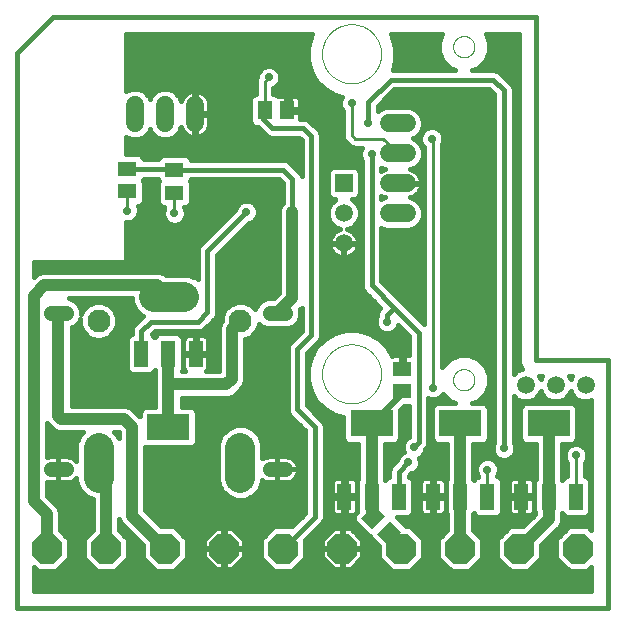
<source format=gbl>
G75*
%MOIN*%
%OFA0B0*%
%FSLAX25Y25*%
%IPPOS*%
%LPD*%
%AMOC8*
5,1,8,0,0,1.08239X$1,22.5*
%
%ADD10C,0.00000*%
%ADD11C,0.01600*%
%ADD12C,0.10000*%
%ADD13C,0.07677*%
%ADD14R,0.04799X0.08799*%
%ADD15R,0.14173X0.08661*%
%ADD16OC8,0.10000*%
%ADD17R,0.06299X0.05118*%
%ADD18R,0.05118X0.06299*%
%ADD19C,0.06000*%
%ADD20C,0.05150*%
%ADD21R,0.05937X0.05937*%
%ADD22C,0.05937*%
%ADD23C,0.01000*%
%ADD24C,0.02800*%
%ADD25C,0.04000*%
%ADD26C,0.02400*%
D10*
X0103374Y0079753D02*
X0103377Y0079995D01*
X0103386Y0080236D01*
X0103401Y0080477D01*
X0103421Y0080718D01*
X0103448Y0080958D01*
X0103481Y0081197D01*
X0103519Y0081436D01*
X0103563Y0081673D01*
X0103613Y0081910D01*
X0103669Y0082145D01*
X0103731Y0082378D01*
X0103798Y0082610D01*
X0103871Y0082841D01*
X0103949Y0083069D01*
X0104034Y0083295D01*
X0104123Y0083520D01*
X0104218Y0083742D01*
X0104319Y0083961D01*
X0104425Y0084179D01*
X0104536Y0084393D01*
X0104653Y0084605D01*
X0104774Y0084813D01*
X0104901Y0085019D01*
X0105033Y0085221D01*
X0105170Y0085421D01*
X0105311Y0085616D01*
X0105457Y0085809D01*
X0105608Y0085997D01*
X0105764Y0086182D01*
X0105924Y0086363D01*
X0106088Y0086540D01*
X0106257Y0086713D01*
X0106430Y0086882D01*
X0106607Y0087046D01*
X0106788Y0087206D01*
X0106973Y0087362D01*
X0107161Y0087513D01*
X0107354Y0087659D01*
X0107549Y0087800D01*
X0107749Y0087937D01*
X0107951Y0088069D01*
X0108157Y0088196D01*
X0108365Y0088317D01*
X0108577Y0088434D01*
X0108791Y0088545D01*
X0109009Y0088651D01*
X0109228Y0088752D01*
X0109450Y0088847D01*
X0109675Y0088936D01*
X0109901Y0089021D01*
X0110129Y0089099D01*
X0110360Y0089172D01*
X0110592Y0089239D01*
X0110825Y0089301D01*
X0111060Y0089357D01*
X0111297Y0089407D01*
X0111534Y0089451D01*
X0111773Y0089489D01*
X0112012Y0089522D01*
X0112252Y0089549D01*
X0112493Y0089569D01*
X0112734Y0089584D01*
X0112975Y0089593D01*
X0113217Y0089596D01*
X0113459Y0089593D01*
X0113700Y0089584D01*
X0113941Y0089569D01*
X0114182Y0089549D01*
X0114422Y0089522D01*
X0114661Y0089489D01*
X0114900Y0089451D01*
X0115137Y0089407D01*
X0115374Y0089357D01*
X0115609Y0089301D01*
X0115842Y0089239D01*
X0116074Y0089172D01*
X0116305Y0089099D01*
X0116533Y0089021D01*
X0116759Y0088936D01*
X0116984Y0088847D01*
X0117206Y0088752D01*
X0117425Y0088651D01*
X0117643Y0088545D01*
X0117857Y0088434D01*
X0118069Y0088317D01*
X0118277Y0088196D01*
X0118483Y0088069D01*
X0118685Y0087937D01*
X0118885Y0087800D01*
X0119080Y0087659D01*
X0119273Y0087513D01*
X0119461Y0087362D01*
X0119646Y0087206D01*
X0119827Y0087046D01*
X0120004Y0086882D01*
X0120177Y0086713D01*
X0120346Y0086540D01*
X0120510Y0086363D01*
X0120670Y0086182D01*
X0120826Y0085997D01*
X0120977Y0085809D01*
X0121123Y0085616D01*
X0121264Y0085421D01*
X0121401Y0085221D01*
X0121533Y0085019D01*
X0121660Y0084813D01*
X0121781Y0084605D01*
X0121898Y0084393D01*
X0122009Y0084179D01*
X0122115Y0083961D01*
X0122216Y0083742D01*
X0122311Y0083520D01*
X0122400Y0083295D01*
X0122485Y0083069D01*
X0122563Y0082841D01*
X0122636Y0082610D01*
X0122703Y0082378D01*
X0122765Y0082145D01*
X0122821Y0081910D01*
X0122871Y0081673D01*
X0122915Y0081436D01*
X0122953Y0081197D01*
X0122986Y0080958D01*
X0123013Y0080718D01*
X0123033Y0080477D01*
X0123048Y0080236D01*
X0123057Y0079995D01*
X0123060Y0079753D01*
X0123057Y0079511D01*
X0123048Y0079270D01*
X0123033Y0079029D01*
X0123013Y0078788D01*
X0122986Y0078548D01*
X0122953Y0078309D01*
X0122915Y0078070D01*
X0122871Y0077833D01*
X0122821Y0077596D01*
X0122765Y0077361D01*
X0122703Y0077128D01*
X0122636Y0076896D01*
X0122563Y0076665D01*
X0122485Y0076437D01*
X0122400Y0076211D01*
X0122311Y0075986D01*
X0122216Y0075764D01*
X0122115Y0075545D01*
X0122009Y0075327D01*
X0121898Y0075113D01*
X0121781Y0074901D01*
X0121660Y0074693D01*
X0121533Y0074487D01*
X0121401Y0074285D01*
X0121264Y0074085D01*
X0121123Y0073890D01*
X0120977Y0073697D01*
X0120826Y0073509D01*
X0120670Y0073324D01*
X0120510Y0073143D01*
X0120346Y0072966D01*
X0120177Y0072793D01*
X0120004Y0072624D01*
X0119827Y0072460D01*
X0119646Y0072300D01*
X0119461Y0072144D01*
X0119273Y0071993D01*
X0119080Y0071847D01*
X0118885Y0071706D01*
X0118685Y0071569D01*
X0118483Y0071437D01*
X0118277Y0071310D01*
X0118069Y0071189D01*
X0117857Y0071072D01*
X0117643Y0070961D01*
X0117425Y0070855D01*
X0117206Y0070754D01*
X0116984Y0070659D01*
X0116759Y0070570D01*
X0116533Y0070485D01*
X0116305Y0070407D01*
X0116074Y0070334D01*
X0115842Y0070267D01*
X0115609Y0070205D01*
X0115374Y0070149D01*
X0115137Y0070099D01*
X0114900Y0070055D01*
X0114661Y0070017D01*
X0114422Y0069984D01*
X0114182Y0069957D01*
X0113941Y0069937D01*
X0113700Y0069922D01*
X0113459Y0069913D01*
X0113217Y0069910D01*
X0112975Y0069913D01*
X0112734Y0069922D01*
X0112493Y0069937D01*
X0112252Y0069957D01*
X0112012Y0069984D01*
X0111773Y0070017D01*
X0111534Y0070055D01*
X0111297Y0070099D01*
X0111060Y0070149D01*
X0110825Y0070205D01*
X0110592Y0070267D01*
X0110360Y0070334D01*
X0110129Y0070407D01*
X0109901Y0070485D01*
X0109675Y0070570D01*
X0109450Y0070659D01*
X0109228Y0070754D01*
X0109009Y0070855D01*
X0108791Y0070961D01*
X0108577Y0071072D01*
X0108365Y0071189D01*
X0108157Y0071310D01*
X0107951Y0071437D01*
X0107749Y0071569D01*
X0107549Y0071706D01*
X0107354Y0071847D01*
X0107161Y0071993D01*
X0106973Y0072144D01*
X0106788Y0072300D01*
X0106607Y0072460D01*
X0106430Y0072624D01*
X0106257Y0072793D01*
X0106088Y0072966D01*
X0105924Y0073143D01*
X0105764Y0073324D01*
X0105608Y0073509D01*
X0105457Y0073697D01*
X0105311Y0073890D01*
X0105170Y0074085D01*
X0105033Y0074285D01*
X0104901Y0074487D01*
X0104774Y0074693D01*
X0104653Y0074901D01*
X0104536Y0075113D01*
X0104425Y0075327D01*
X0104319Y0075545D01*
X0104218Y0075764D01*
X0104123Y0075986D01*
X0104034Y0076211D01*
X0103949Y0076437D01*
X0103871Y0076665D01*
X0103798Y0076896D01*
X0103731Y0077128D01*
X0103669Y0077361D01*
X0103613Y0077596D01*
X0103563Y0077833D01*
X0103519Y0078070D01*
X0103481Y0078309D01*
X0103448Y0078548D01*
X0103421Y0078788D01*
X0103401Y0079029D01*
X0103386Y0079270D01*
X0103377Y0079511D01*
X0103374Y0079753D01*
X0147076Y0077784D02*
X0147078Y0077902D01*
X0147084Y0078021D01*
X0147094Y0078139D01*
X0147108Y0078256D01*
X0147125Y0078373D01*
X0147147Y0078490D01*
X0147173Y0078605D01*
X0147202Y0078720D01*
X0147235Y0078834D01*
X0147272Y0078946D01*
X0147313Y0079057D01*
X0147357Y0079167D01*
X0147405Y0079275D01*
X0147457Y0079382D01*
X0147512Y0079487D01*
X0147571Y0079590D01*
X0147633Y0079690D01*
X0147698Y0079789D01*
X0147767Y0079886D01*
X0147838Y0079980D01*
X0147913Y0080071D01*
X0147991Y0080161D01*
X0148072Y0080247D01*
X0148156Y0080331D01*
X0148242Y0080412D01*
X0148332Y0080490D01*
X0148423Y0080565D01*
X0148517Y0080636D01*
X0148614Y0080705D01*
X0148713Y0080770D01*
X0148813Y0080832D01*
X0148916Y0080891D01*
X0149021Y0080946D01*
X0149128Y0080998D01*
X0149236Y0081046D01*
X0149346Y0081090D01*
X0149457Y0081131D01*
X0149569Y0081168D01*
X0149683Y0081201D01*
X0149798Y0081230D01*
X0149913Y0081256D01*
X0150030Y0081278D01*
X0150147Y0081295D01*
X0150264Y0081309D01*
X0150382Y0081319D01*
X0150501Y0081325D01*
X0150619Y0081327D01*
X0150737Y0081325D01*
X0150856Y0081319D01*
X0150974Y0081309D01*
X0151091Y0081295D01*
X0151208Y0081278D01*
X0151325Y0081256D01*
X0151440Y0081230D01*
X0151555Y0081201D01*
X0151669Y0081168D01*
X0151781Y0081131D01*
X0151892Y0081090D01*
X0152002Y0081046D01*
X0152110Y0080998D01*
X0152217Y0080946D01*
X0152322Y0080891D01*
X0152425Y0080832D01*
X0152525Y0080770D01*
X0152624Y0080705D01*
X0152721Y0080636D01*
X0152815Y0080565D01*
X0152906Y0080490D01*
X0152996Y0080412D01*
X0153082Y0080331D01*
X0153166Y0080247D01*
X0153247Y0080161D01*
X0153325Y0080071D01*
X0153400Y0079980D01*
X0153471Y0079886D01*
X0153540Y0079789D01*
X0153605Y0079690D01*
X0153667Y0079590D01*
X0153726Y0079487D01*
X0153781Y0079382D01*
X0153833Y0079275D01*
X0153881Y0079167D01*
X0153925Y0079057D01*
X0153966Y0078946D01*
X0154003Y0078834D01*
X0154036Y0078720D01*
X0154065Y0078605D01*
X0154091Y0078490D01*
X0154113Y0078373D01*
X0154130Y0078256D01*
X0154144Y0078139D01*
X0154154Y0078021D01*
X0154160Y0077902D01*
X0154162Y0077784D01*
X0154160Y0077666D01*
X0154154Y0077547D01*
X0154144Y0077429D01*
X0154130Y0077312D01*
X0154113Y0077195D01*
X0154091Y0077078D01*
X0154065Y0076963D01*
X0154036Y0076848D01*
X0154003Y0076734D01*
X0153966Y0076622D01*
X0153925Y0076511D01*
X0153881Y0076401D01*
X0153833Y0076293D01*
X0153781Y0076186D01*
X0153726Y0076081D01*
X0153667Y0075978D01*
X0153605Y0075878D01*
X0153540Y0075779D01*
X0153471Y0075682D01*
X0153400Y0075588D01*
X0153325Y0075497D01*
X0153247Y0075407D01*
X0153166Y0075321D01*
X0153082Y0075237D01*
X0152996Y0075156D01*
X0152906Y0075078D01*
X0152815Y0075003D01*
X0152721Y0074932D01*
X0152624Y0074863D01*
X0152525Y0074798D01*
X0152425Y0074736D01*
X0152322Y0074677D01*
X0152217Y0074622D01*
X0152110Y0074570D01*
X0152002Y0074522D01*
X0151892Y0074478D01*
X0151781Y0074437D01*
X0151669Y0074400D01*
X0151555Y0074367D01*
X0151440Y0074338D01*
X0151325Y0074312D01*
X0151208Y0074290D01*
X0151091Y0074273D01*
X0150974Y0074259D01*
X0150856Y0074249D01*
X0150737Y0074243D01*
X0150619Y0074241D01*
X0150501Y0074243D01*
X0150382Y0074249D01*
X0150264Y0074259D01*
X0150147Y0074273D01*
X0150030Y0074290D01*
X0149913Y0074312D01*
X0149798Y0074338D01*
X0149683Y0074367D01*
X0149569Y0074400D01*
X0149457Y0074437D01*
X0149346Y0074478D01*
X0149236Y0074522D01*
X0149128Y0074570D01*
X0149021Y0074622D01*
X0148916Y0074677D01*
X0148813Y0074736D01*
X0148713Y0074798D01*
X0148614Y0074863D01*
X0148517Y0074932D01*
X0148423Y0075003D01*
X0148332Y0075078D01*
X0148242Y0075156D01*
X0148156Y0075237D01*
X0148072Y0075321D01*
X0147991Y0075407D01*
X0147913Y0075497D01*
X0147838Y0075588D01*
X0147767Y0075682D01*
X0147698Y0075779D01*
X0147633Y0075878D01*
X0147571Y0075978D01*
X0147512Y0076081D01*
X0147457Y0076186D01*
X0147405Y0076293D01*
X0147357Y0076401D01*
X0147313Y0076511D01*
X0147272Y0076622D01*
X0147235Y0076734D01*
X0147202Y0076848D01*
X0147173Y0076963D01*
X0147147Y0077078D01*
X0147125Y0077195D01*
X0147108Y0077312D01*
X0147094Y0077429D01*
X0147084Y0077547D01*
X0147078Y0077666D01*
X0147076Y0077784D01*
X0103374Y0186446D02*
X0103377Y0186688D01*
X0103386Y0186929D01*
X0103401Y0187170D01*
X0103421Y0187411D01*
X0103448Y0187651D01*
X0103481Y0187890D01*
X0103519Y0188129D01*
X0103563Y0188366D01*
X0103613Y0188603D01*
X0103669Y0188838D01*
X0103731Y0189071D01*
X0103798Y0189303D01*
X0103871Y0189534D01*
X0103949Y0189762D01*
X0104034Y0189988D01*
X0104123Y0190213D01*
X0104218Y0190435D01*
X0104319Y0190654D01*
X0104425Y0190872D01*
X0104536Y0191086D01*
X0104653Y0191298D01*
X0104774Y0191506D01*
X0104901Y0191712D01*
X0105033Y0191914D01*
X0105170Y0192114D01*
X0105311Y0192309D01*
X0105457Y0192502D01*
X0105608Y0192690D01*
X0105764Y0192875D01*
X0105924Y0193056D01*
X0106088Y0193233D01*
X0106257Y0193406D01*
X0106430Y0193575D01*
X0106607Y0193739D01*
X0106788Y0193899D01*
X0106973Y0194055D01*
X0107161Y0194206D01*
X0107354Y0194352D01*
X0107549Y0194493D01*
X0107749Y0194630D01*
X0107951Y0194762D01*
X0108157Y0194889D01*
X0108365Y0195010D01*
X0108577Y0195127D01*
X0108791Y0195238D01*
X0109009Y0195344D01*
X0109228Y0195445D01*
X0109450Y0195540D01*
X0109675Y0195629D01*
X0109901Y0195714D01*
X0110129Y0195792D01*
X0110360Y0195865D01*
X0110592Y0195932D01*
X0110825Y0195994D01*
X0111060Y0196050D01*
X0111297Y0196100D01*
X0111534Y0196144D01*
X0111773Y0196182D01*
X0112012Y0196215D01*
X0112252Y0196242D01*
X0112493Y0196262D01*
X0112734Y0196277D01*
X0112975Y0196286D01*
X0113217Y0196289D01*
X0113459Y0196286D01*
X0113700Y0196277D01*
X0113941Y0196262D01*
X0114182Y0196242D01*
X0114422Y0196215D01*
X0114661Y0196182D01*
X0114900Y0196144D01*
X0115137Y0196100D01*
X0115374Y0196050D01*
X0115609Y0195994D01*
X0115842Y0195932D01*
X0116074Y0195865D01*
X0116305Y0195792D01*
X0116533Y0195714D01*
X0116759Y0195629D01*
X0116984Y0195540D01*
X0117206Y0195445D01*
X0117425Y0195344D01*
X0117643Y0195238D01*
X0117857Y0195127D01*
X0118069Y0195010D01*
X0118277Y0194889D01*
X0118483Y0194762D01*
X0118685Y0194630D01*
X0118885Y0194493D01*
X0119080Y0194352D01*
X0119273Y0194206D01*
X0119461Y0194055D01*
X0119646Y0193899D01*
X0119827Y0193739D01*
X0120004Y0193575D01*
X0120177Y0193406D01*
X0120346Y0193233D01*
X0120510Y0193056D01*
X0120670Y0192875D01*
X0120826Y0192690D01*
X0120977Y0192502D01*
X0121123Y0192309D01*
X0121264Y0192114D01*
X0121401Y0191914D01*
X0121533Y0191712D01*
X0121660Y0191506D01*
X0121781Y0191298D01*
X0121898Y0191086D01*
X0122009Y0190872D01*
X0122115Y0190654D01*
X0122216Y0190435D01*
X0122311Y0190213D01*
X0122400Y0189988D01*
X0122485Y0189762D01*
X0122563Y0189534D01*
X0122636Y0189303D01*
X0122703Y0189071D01*
X0122765Y0188838D01*
X0122821Y0188603D01*
X0122871Y0188366D01*
X0122915Y0188129D01*
X0122953Y0187890D01*
X0122986Y0187651D01*
X0123013Y0187411D01*
X0123033Y0187170D01*
X0123048Y0186929D01*
X0123057Y0186688D01*
X0123060Y0186446D01*
X0123057Y0186204D01*
X0123048Y0185963D01*
X0123033Y0185722D01*
X0123013Y0185481D01*
X0122986Y0185241D01*
X0122953Y0185002D01*
X0122915Y0184763D01*
X0122871Y0184526D01*
X0122821Y0184289D01*
X0122765Y0184054D01*
X0122703Y0183821D01*
X0122636Y0183589D01*
X0122563Y0183358D01*
X0122485Y0183130D01*
X0122400Y0182904D01*
X0122311Y0182679D01*
X0122216Y0182457D01*
X0122115Y0182238D01*
X0122009Y0182020D01*
X0121898Y0181806D01*
X0121781Y0181594D01*
X0121660Y0181386D01*
X0121533Y0181180D01*
X0121401Y0180978D01*
X0121264Y0180778D01*
X0121123Y0180583D01*
X0120977Y0180390D01*
X0120826Y0180202D01*
X0120670Y0180017D01*
X0120510Y0179836D01*
X0120346Y0179659D01*
X0120177Y0179486D01*
X0120004Y0179317D01*
X0119827Y0179153D01*
X0119646Y0178993D01*
X0119461Y0178837D01*
X0119273Y0178686D01*
X0119080Y0178540D01*
X0118885Y0178399D01*
X0118685Y0178262D01*
X0118483Y0178130D01*
X0118277Y0178003D01*
X0118069Y0177882D01*
X0117857Y0177765D01*
X0117643Y0177654D01*
X0117425Y0177548D01*
X0117206Y0177447D01*
X0116984Y0177352D01*
X0116759Y0177263D01*
X0116533Y0177178D01*
X0116305Y0177100D01*
X0116074Y0177027D01*
X0115842Y0176960D01*
X0115609Y0176898D01*
X0115374Y0176842D01*
X0115137Y0176792D01*
X0114900Y0176748D01*
X0114661Y0176710D01*
X0114422Y0176677D01*
X0114182Y0176650D01*
X0113941Y0176630D01*
X0113700Y0176615D01*
X0113459Y0176606D01*
X0113217Y0176603D01*
X0112975Y0176606D01*
X0112734Y0176615D01*
X0112493Y0176630D01*
X0112252Y0176650D01*
X0112012Y0176677D01*
X0111773Y0176710D01*
X0111534Y0176748D01*
X0111297Y0176792D01*
X0111060Y0176842D01*
X0110825Y0176898D01*
X0110592Y0176960D01*
X0110360Y0177027D01*
X0110129Y0177100D01*
X0109901Y0177178D01*
X0109675Y0177263D01*
X0109450Y0177352D01*
X0109228Y0177447D01*
X0109009Y0177548D01*
X0108791Y0177654D01*
X0108577Y0177765D01*
X0108365Y0177882D01*
X0108157Y0178003D01*
X0107951Y0178130D01*
X0107749Y0178262D01*
X0107549Y0178399D01*
X0107354Y0178540D01*
X0107161Y0178686D01*
X0106973Y0178837D01*
X0106788Y0178993D01*
X0106607Y0179153D01*
X0106430Y0179317D01*
X0106257Y0179486D01*
X0106088Y0179659D01*
X0105924Y0179836D01*
X0105764Y0180017D01*
X0105608Y0180202D01*
X0105457Y0180390D01*
X0105311Y0180583D01*
X0105170Y0180778D01*
X0105033Y0180978D01*
X0104901Y0181180D01*
X0104774Y0181386D01*
X0104653Y0181594D01*
X0104536Y0181806D01*
X0104425Y0182020D01*
X0104319Y0182238D01*
X0104218Y0182457D01*
X0104123Y0182679D01*
X0104034Y0182904D01*
X0103949Y0183130D01*
X0103871Y0183358D01*
X0103798Y0183589D01*
X0103731Y0183821D01*
X0103669Y0184054D01*
X0103613Y0184289D01*
X0103563Y0184526D01*
X0103519Y0184763D01*
X0103481Y0185002D01*
X0103448Y0185241D01*
X0103421Y0185481D01*
X0103401Y0185722D01*
X0103386Y0185963D01*
X0103377Y0186204D01*
X0103374Y0186446D01*
X0147076Y0188808D02*
X0147078Y0188926D01*
X0147084Y0189045D01*
X0147094Y0189163D01*
X0147108Y0189280D01*
X0147125Y0189397D01*
X0147147Y0189514D01*
X0147173Y0189629D01*
X0147202Y0189744D01*
X0147235Y0189858D01*
X0147272Y0189970D01*
X0147313Y0190081D01*
X0147357Y0190191D01*
X0147405Y0190299D01*
X0147457Y0190406D01*
X0147512Y0190511D01*
X0147571Y0190614D01*
X0147633Y0190714D01*
X0147698Y0190813D01*
X0147767Y0190910D01*
X0147838Y0191004D01*
X0147913Y0191095D01*
X0147991Y0191185D01*
X0148072Y0191271D01*
X0148156Y0191355D01*
X0148242Y0191436D01*
X0148332Y0191514D01*
X0148423Y0191589D01*
X0148517Y0191660D01*
X0148614Y0191729D01*
X0148713Y0191794D01*
X0148813Y0191856D01*
X0148916Y0191915D01*
X0149021Y0191970D01*
X0149128Y0192022D01*
X0149236Y0192070D01*
X0149346Y0192114D01*
X0149457Y0192155D01*
X0149569Y0192192D01*
X0149683Y0192225D01*
X0149798Y0192254D01*
X0149913Y0192280D01*
X0150030Y0192302D01*
X0150147Y0192319D01*
X0150264Y0192333D01*
X0150382Y0192343D01*
X0150501Y0192349D01*
X0150619Y0192351D01*
X0150737Y0192349D01*
X0150856Y0192343D01*
X0150974Y0192333D01*
X0151091Y0192319D01*
X0151208Y0192302D01*
X0151325Y0192280D01*
X0151440Y0192254D01*
X0151555Y0192225D01*
X0151669Y0192192D01*
X0151781Y0192155D01*
X0151892Y0192114D01*
X0152002Y0192070D01*
X0152110Y0192022D01*
X0152217Y0191970D01*
X0152322Y0191915D01*
X0152425Y0191856D01*
X0152525Y0191794D01*
X0152624Y0191729D01*
X0152721Y0191660D01*
X0152815Y0191589D01*
X0152906Y0191514D01*
X0152996Y0191436D01*
X0153082Y0191355D01*
X0153166Y0191271D01*
X0153247Y0191185D01*
X0153325Y0191095D01*
X0153400Y0191004D01*
X0153471Y0190910D01*
X0153540Y0190813D01*
X0153605Y0190714D01*
X0153667Y0190614D01*
X0153726Y0190511D01*
X0153781Y0190406D01*
X0153833Y0190299D01*
X0153881Y0190191D01*
X0153925Y0190081D01*
X0153966Y0189970D01*
X0154003Y0189858D01*
X0154036Y0189744D01*
X0154065Y0189629D01*
X0154091Y0189514D01*
X0154113Y0189397D01*
X0154130Y0189280D01*
X0154144Y0189163D01*
X0154154Y0189045D01*
X0154160Y0188926D01*
X0154162Y0188808D01*
X0154160Y0188690D01*
X0154154Y0188571D01*
X0154144Y0188453D01*
X0154130Y0188336D01*
X0154113Y0188219D01*
X0154091Y0188102D01*
X0154065Y0187987D01*
X0154036Y0187872D01*
X0154003Y0187758D01*
X0153966Y0187646D01*
X0153925Y0187535D01*
X0153881Y0187425D01*
X0153833Y0187317D01*
X0153781Y0187210D01*
X0153726Y0187105D01*
X0153667Y0187002D01*
X0153605Y0186902D01*
X0153540Y0186803D01*
X0153471Y0186706D01*
X0153400Y0186612D01*
X0153325Y0186521D01*
X0153247Y0186431D01*
X0153166Y0186345D01*
X0153082Y0186261D01*
X0152996Y0186180D01*
X0152906Y0186102D01*
X0152815Y0186027D01*
X0152721Y0185956D01*
X0152624Y0185887D01*
X0152525Y0185822D01*
X0152425Y0185760D01*
X0152322Y0185701D01*
X0152217Y0185646D01*
X0152110Y0185594D01*
X0152002Y0185546D01*
X0151892Y0185502D01*
X0151781Y0185461D01*
X0151669Y0185424D01*
X0151555Y0185391D01*
X0151440Y0185362D01*
X0151325Y0185336D01*
X0151208Y0185314D01*
X0151091Y0185297D01*
X0150974Y0185283D01*
X0150856Y0185273D01*
X0150737Y0185267D01*
X0150619Y0185265D01*
X0150501Y0185267D01*
X0150382Y0185273D01*
X0150264Y0185283D01*
X0150147Y0185297D01*
X0150030Y0185314D01*
X0149913Y0185336D01*
X0149798Y0185362D01*
X0149683Y0185391D01*
X0149569Y0185424D01*
X0149457Y0185461D01*
X0149346Y0185502D01*
X0149236Y0185546D01*
X0149128Y0185594D01*
X0149021Y0185646D01*
X0148916Y0185701D01*
X0148813Y0185760D01*
X0148713Y0185822D01*
X0148614Y0185887D01*
X0148517Y0185956D01*
X0148423Y0186027D01*
X0148332Y0186102D01*
X0148242Y0186180D01*
X0148156Y0186261D01*
X0148072Y0186345D01*
X0147991Y0186431D01*
X0147913Y0186521D01*
X0147838Y0186612D01*
X0147767Y0186706D01*
X0147698Y0186803D01*
X0147633Y0186902D01*
X0147571Y0187002D01*
X0147512Y0187105D01*
X0147457Y0187210D01*
X0147405Y0187317D01*
X0147357Y0187425D01*
X0147313Y0187535D01*
X0147272Y0187646D01*
X0147235Y0187758D01*
X0147202Y0187872D01*
X0147173Y0187987D01*
X0147147Y0188102D01*
X0147125Y0188219D01*
X0147108Y0188336D01*
X0147094Y0188453D01*
X0147084Y0188571D01*
X0147078Y0188690D01*
X0147076Y0188808D01*
D11*
X0198650Y0001800D02*
X0001800Y0001800D01*
X0001800Y0186839D01*
X0013611Y0198650D01*
X0174635Y0198650D01*
X0174635Y0084477D01*
X0198650Y0084477D01*
X0198650Y0001800D01*
X0193050Y0007400D02*
X0007400Y0007400D01*
X0007400Y0015262D01*
X0008577Y0014085D01*
X0014708Y0014085D01*
X0019043Y0018420D01*
X0019043Y0024550D01*
X0016043Y0027550D01*
X0016043Y0033778D01*
X0015373Y0035395D01*
X0011712Y0039056D01*
X0011712Y0043710D01*
X0011894Y0043651D01*
X0012574Y0043543D01*
X0015493Y0043543D01*
X0018412Y0043543D01*
X0019092Y0043651D01*
X0019747Y0043864D01*
X0020361Y0044176D01*
X0020918Y0044581D01*
X0021405Y0045068D01*
X0021487Y0045181D01*
X0021487Y0043714D01*
X0022613Y0040994D01*
X0024695Y0038912D01*
X0026928Y0037988D01*
X0026928Y0027550D01*
X0023928Y0024550D01*
X0023928Y0018420D01*
X0028262Y0014085D01*
X0034393Y0014085D01*
X0038728Y0018420D01*
X0038728Y0024550D01*
X0035728Y0027550D01*
X0035728Y0031299D01*
X0036259Y0030016D01*
X0043613Y0022662D01*
X0043613Y0018420D01*
X0047947Y0014085D01*
X0054078Y0014085D01*
X0058413Y0018420D01*
X0058413Y0024550D01*
X0054078Y0028885D01*
X0049835Y0028885D01*
X0044389Y0034331D01*
X0044389Y0055409D01*
X0044630Y0055309D01*
X0059758Y0055309D01*
X0060640Y0055675D01*
X0061315Y0056350D01*
X0061680Y0057232D01*
X0061680Y0066848D01*
X0061315Y0067730D01*
X0060640Y0068405D01*
X0059758Y0068771D01*
X0056594Y0068771D01*
X0056594Y0071809D01*
X0072360Y0071809D01*
X0073977Y0072479D01*
X0075215Y0073717D01*
X0077184Y0075686D01*
X0077854Y0077303D01*
X0077854Y0091391D01*
X0079665Y0092141D01*
X0081420Y0093896D01*
X0082369Y0096189D01*
X0082369Y0096432D01*
X0083100Y0095701D01*
X0084929Y0094943D01*
X0092057Y0094943D01*
X0093886Y0095701D01*
X0095285Y0097100D01*
X0096043Y0098929D01*
X0096043Y0100908D01*
X0096042Y0100908D02*
X0096631Y0100908D01*
X0096043Y0100908D02*
X0095944Y0101146D01*
X0096025Y0101227D01*
X0096631Y0101834D01*
X0096631Y0094070D01*
X0093294Y0090733D01*
X0092394Y0089833D01*
X0091907Y0088657D01*
X0091907Y0067305D01*
X0092394Y0066129D01*
X0097813Y0060711D01*
X0097813Y0033440D01*
X0093257Y0028885D01*
X0087317Y0028885D01*
X0082983Y0024550D01*
X0082983Y0018420D01*
X0087317Y0014085D01*
X0093448Y0014085D01*
X0097783Y0018420D01*
X0097783Y0024360D01*
X0102825Y0029402D01*
X0102825Y0029402D01*
X0103725Y0030302D01*
X0104213Y0031478D01*
X0104213Y0062673D01*
X0103725Y0063849D01*
X0102825Y0064749D01*
X0098307Y0069267D01*
X0098307Y0086695D01*
X0102544Y0090932D01*
X0103031Y0092108D01*
X0103031Y0159523D01*
X0102544Y0160699D01*
X0101644Y0161599D01*
X0099788Y0163455D01*
X0098888Y0164355D01*
X0097712Y0164843D01*
X0096120Y0164843D01*
X0096120Y0167068D01*
X0092240Y0167068D01*
X0092240Y0168028D01*
X0091281Y0168028D01*
X0091281Y0172498D01*
X0088965Y0172498D01*
X0088546Y0172385D01*
X0088199Y0172732D01*
X0087317Y0173098D01*
X0087180Y0173098D01*
X0087180Y0175089D01*
X0087811Y0175350D01*
X0088880Y0176419D01*
X0089458Y0177816D01*
X0089458Y0179328D01*
X0088880Y0180724D01*
X0087811Y0181793D01*
X0086414Y0182372D01*
X0084902Y0182372D01*
X0083506Y0181793D01*
X0082437Y0180724D01*
X0081858Y0179328D01*
X0081858Y0178873D01*
X0081822Y0178836D01*
X0081380Y0177771D01*
X0081380Y0173098D01*
X0081244Y0173098D01*
X0080362Y0172732D01*
X0079687Y0172057D01*
X0079321Y0171175D01*
X0079321Y0163921D01*
X0079687Y0163039D01*
X0080362Y0162364D01*
X0081244Y0161998D01*
X0081958Y0161998D01*
X0085027Y0158930D01*
X0086203Y0158443D01*
X0095750Y0158443D01*
X0096631Y0157561D01*
X0096631Y0145593D01*
X0096245Y0146526D01*
X0095345Y0147426D01*
X0092195Y0150576D01*
X0091019Y0151063D01*
X0059563Y0151063D01*
X0059346Y0151585D01*
X0058671Y0152260D01*
X0057789Y0152625D01*
X0050535Y0152625D01*
X0049653Y0152260D01*
X0048978Y0151585D01*
X0048843Y0151260D01*
X0043896Y0151260D01*
X0043598Y0151978D01*
X0042923Y0152654D01*
X0042041Y0153019D01*
X0038058Y0153019D01*
X0038058Y0158746D01*
X0039938Y0157967D01*
X0042087Y0157967D01*
X0044071Y0158789D01*
X0045590Y0160308D01*
X0046013Y0161327D01*
X0046435Y0160308D01*
X0047954Y0158789D01*
X0049938Y0157967D01*
X0052087Y0157967D01*
X0054071Y0158789D01*
X0055590Y0160308D01*
X0056358Y0162160D01*
X0056564Y0161524D01*
X0056907Y0160851D01*
X0057351Y0160240D01*
X0057886Y0159706D01*
X0058497Y0159262D01*
X0059170Y0158919D01*
X0059889Y0158685D01*
X0060635Y0158567D01*
X0060813Y0158567D01*
X0060813Y0166167D01*
X0061213Y0166167D01*
X0061213Y0166567D01*
X0065813Y0166567D01*
X0065813Y0169745D01*
X0065694Y0170491D01*
X0065461Y0171209D01*
X0065118Y0171883D01*
X0064674Y0172494D01*
X0064140Y0173028D01*
X0063528Y0173472D01*
X0062855Y0173815D01*
X0062137Y0174049D01*
X0061390Y0174167D01*
X0061213Y0174167D01*
X0061213Y0166567D01*
X0060813Y0166567D01*
X0060813Y0174167D01*
X0060635Y0174167D01*
X0059889Y0174049D01*
X0059170Y0173815D01*
X0058497Y0173472D01*
X0057886Y0173028D01*
X0057351Y0172494D01*
X0056907Y0171883D01*
X0056564Y0171209D01*
X0056358Y0170574D01*
X0055590Y0172426D01*
X0054071Y0173945D01*
X0052087Y0174767D01*
X0049938Y0174767D01*
X0047954Y0173945D01*
X0046435Y0172426D01*
X0046013Y0171407D01*
X0045590Y0172426D01*
X0044071Y0173945D01*
X0042087Y0174767D01*
X0039938Y0174767D01*
X0038058Y0173988D01*
X0038058Y0188498D01*
X0038020Y0188589D01*
X0038020Y0193050D01*
X0100123Y0193050D01*
X0099573Y0192097D01*
X0098575Y0188373D01*
X0098575Y0184518D01*
X0099573Y0180794D01*
X0101500Y0177455D01*
X0104227Y0174729D01*
X0107566Y0172801D01*
X0110065Y0172131D01*
X0109996Y0172063D01*
X0109417Y0170666D01*
X0109417Y0169154D01*
X0109996Y0167758D01*
X0110317Y0167436D01*
X0110317Y0158703D01*
X0110759Y0157638D01*
X0111575Y0156822D01*
X0112756Y0155641D01*
X0113822Y0155199D01*
X0116754Y0155199D01*
X0116689Y0155134D01*
X0116110Y0153737D01*
X0116110Y0152225D01*
X0116689Y0150829D01*
X0116710Y0150807D01*
X0116710Y0108644D01*
X0117197Y0107468D01*
X0122865Y0101800D01*
X0122316Y0101250D01*
X0121828Y0100074D01*
X0121828Y0099250D01*
X0121807Y0099228D01*
X0121228Y0097831D01*
X0121228Y0096320D01*
X0121807Y0094923D01*
X0122876Y0093854D01*
X0124272Y0093276D01*
X0125784Y0093276D01*
X0127181Y0093854D01*
X0128250Y0094923D01*
X0128687Y0095978D01*
X0132458Y0092207D01*
X0132458Y0085883D01*
X0130626Y0085883D01*
X0130626Y0082004D01*
X0129667Y0082004D01*
X0129667Y0085883D01*
X0126760Y0085883D01*
X0126609Y0085843D01*
X0124934Y0088743D01*
X0122208Y0091470D01*
X0118869Y0093397D01*
X0115145Y0094395D01*
X0111290Y0094395D01*
X0107566Y0093397D01*
X0104227Y0091470D01*
X0101500Y0088743D01*
X0099573Y0085405D01*
X0098575Y0081680D01*
X0098575Y0077825D01*
X0099573Y0074101D01*
X0101500Y0070762D01*
X0104227Y0068036D01*
X0107566Y0066108D01*
X0110424Y0065342D01*
X0110424Y0058405D01*
X0110789Y0057523D01*
X0111464Y0056848D01*
X0112346Y0056483D01*
X0115510Y0056483D01*
X0115510Y0044605D01*
X0115476Y0044571D01*
X0115111Y0043689D01*
X0115111Y0033935D01*
X0115176Y0033778D01*
X0114344Y0032946D01*
X0113979Y0032064D01*
X0113979Y0031109D01*
X0114344Y0030227D01*
X0118638Y0025932D01*
X0119342Y0025641D01*
X0119633Y0024937D01*
X0122353Y0022218D01*
X0122353Y0018420D01*
X0126688Y0014085D01*
X0132818Y0014085D01*
X0137153Y0018420D01*
X0137153Y0024550D01*
X0132818Y0028885D01*
X0131382Y0028885D01*
X0128255Y0032012D01*
X0131886Y0032012D01*
X0132768Y0032378D01*
X0133443Y0033053D01*
X0133808Y0033935D01*
X0133808Y0043689D01*
X0133443Y0044571D01*
X0132768Y0045246D01*
X0132209Y0045478D01*
X0132209Y0045793D01*
X0132840Y0046425D01*
X0132871Y0046425D01*
X0134267Y0047004D01*
X0135336Y0048073D01*
X0135915Y0049469D01*
X0135915Y0050981D01*
X0135559Y0051841D01*
X0136236Y0052122D01*
X0137305Y0053191D01*
X0137883Y0054587D01*
X0137883Y0054618D01*
X0138371Y0055105D01*
X0138858Y0056282D01*
X0138858Y0071547D01*
X0139627Y0071228D01*
X0141139Y0071228D01*
X0142535Y0071807D01*
X0143604Y0072876D01*
X0143640Y0072963D01*
X0145893Y0070711D01*
X0147745Y0069944D01*
X0141874Y0069944D01*
X0140992Y0069579D01*
X0140317Y0068904D01*
X0139951Y0068021D01*
X0139951Y0058405D01*
X0140317Y0057523D01*
X0140992Y0056848D01*
X0141874Y0056483D01*
X0145038Y0056483D01*
X0145038Y0044605D01*
X0145004Y0044571D01*
X0144638Y0043689D01*
X0144638Y0033935D01*
X0145004Y0033053D01*
X0145038Y0033018D01*
X0145038Y0027550D01*
X0142038Y0024550D01*
X0142038Y0018420D01*
X0146373Y0014085D01*
X0152503Y0014085D01*
X0156838Y0018420D01*
X0156838Y0024550D01*
X0153838Y0027550D01*
X0153838Y0033018D01*
X0153872Y0033053D01*
X0153987Y0033330D01*
X0154102Y0033053D01*
X0154777Y0032378D01*
X0155659Y0032012D01*
X0161413Y0032012D01*
X0162295Y0032378D01*
X0162970Y0033053D01*
X0163336Y0033935D01*
X0163336Y0043689D01*
X0162970Y0044571D01*
X0162295Y0045246D01*
X0161556Y0045552D01*
X0161714Y0045710D01*
X0162293Y0047107D01*
X0162293Y0048619D01*
X0161714Y0050016D01*
X0160645Y0051084D01*
X0159249Y0051663D01*
X0157737Y0051663D01*
X0156340Y0051084D01*
X0155271Y0050016D01*
X0154693Y0048619D01*
X0154693Y0047107D01*
X0155271Y0045710D01*
X0155455Y0045527D01*
X0154777Y0045246D01*
X0154102Y0044571D01*
X0153987Y0044293D01*
X0153872Y0044571D01*
X0153838Y0044605D01*
X0153838Y0056483D01*
X0157002Y0056483D01*
X0157884Y0056848D01*
X0158559Y0057523D01*
X0158924Y0058405D01*
X0158924Y0068021D01*
X0158559Y0068904D01*
X0157884Y0069579D01*
X0157002Y0069944D01*
X0153493Y0069944D01*
X0155345Y0070711D01*
X0157692Y0073058D01*
X0158962Y0076125D01*
X0158962Y0079444D01*
X0157692Y0082510D01*
X0155345Y0084857D01*
X0152278Y0086128D01*
X0148959Y0086128D01*
X0145893Y0084857D01*
X0143546Y0082510D01*
X0143283Y0081875D01*
X0143283Y0156121D01*
X0143789Y0157343D01*
X0143789Y0158855D01*
X0143210Y0160252D01*
X0142141Y0161321D01*
X0140745Y0161899D01*
X0139233Y0161899D01*
X0137836Y0161321D01*
X0136767Y0160252D01*
X0136189Y0158855D01*
X0136189Y0157343D01*
X0136767Y0155947D01*
X0137483Y0155231D01*
X0137483Y0096233D01*
X0137471Y0096245D01*
X0130103Y0103613D01*
X0129203Y0104513D01*
X0123110Y0110606D01*
X0123110Y0128431D01*
X0124498Y0127857D01*
X0132646Y0127857D01*
X0134630Y0128679D01*
X0136150Y0130198D01*
X0136972Y0132183D01*
X0136972Y0134331D01*
X0136150Y0136316D01*
X0134630Y0137835D01*
X0132778Y0138602D01*
X0133414Y0138808D01*
X0134087Y0139151D01*
X0134699Y0139595D01*
X0135233Y0140130D01*
X0135677Y0140741D01*
X0136020Y0141414D01*
X0136253Y0142133D01*
X0136372Y0142879D01*
X0136372Y0143057D01*
X0128772Y0143057D01*
X0128772Y0143457D01*
X0136372Y0143457D01*
X0136372Y0143634D01*
X0136253Y0144381D01*
X0136020Y0145099D01*
X0135677Y0145772D01*
X0135233Y0146384D01*
X0134699Y0146918D01*
X0134087Y0147362D01*
X0133414Y0147705D01*
X0132778Y0147912D01*
X0134630Y0148679D01*
X0136150Y0150198D01*
X0136972Y0152183D01*
X0136972Y0154331D01*
X0136150Y0156316D01*
X0134630Y0157835D01*
X0133611Y0158257D01*
X0134630Y0158679D01*
X0136150Y0160198D01*
X0136972Y0162183D01*
X0136972Y0164331D01*
X0136150Y0166316D01*
X0134630Y0167835D01*
X0132646Y0168657D01*
X0124498Y0168657D01*
X0122513Y0167835D01*
X0121929Y0167251D01*
X0121929Y0168978D01*
X0127535Y0174584D01*
X0159136Y0174584D01*
X0160805Y0172915D01*
X0160805Y0057124D01*
X0160783Y0057102D01*
X0160205Y0055705D01*
X0160205Y0054194D01*
X0160783Y0052797D01*
X0161852Y0051728D01*
X0163249Y0051150D01*
X0164761Y0051150D01*
X0166157Y0051728D01*
X0167226Y0052797D01*
X0167805Y0054194D01*
X0167805Y0055705D01*
X0167226Y0057102D01*
X0167205Y0057124D01*
X0167205Y0072464D01*
X0168168Y0071501D01*
X0170142Y0070683D01*
X0172277Y0070683D01*
X0174250Y0071501D01*
X0175761Y0073011D01*
X0176209Y0074094D01*
X0176658Y0073011D01*
X0178168Y0071501D01*
X0180142Y0070683D01*
X0182277Y0070683D01*
X0184250Y0071501D01*
X0185761Y0073011D01*
X0186209Y0074094D01*
X0186658Y0073011D01*
X0188168Y0071501D01*
X0190142Y0070683D01*
X0192277Y0070683D01*
X0193050Y0071004D01*
X0193050Y0027708D01*
X0191873Y0028885D01*
X0185743Y0028885D01*
X0181408Y0024550D01*
X0181408Y0018420D01*
X0185743Y0014085D01*
X0191873Y0014085D01*
X0193050Y0015262D01*
X0193050Y0007400D01*
X0193050Y0008194D02*
X0007400Y0008194D01*
X0007400Y0009793D02*
X0193050Y0009793D01*
X0193050Y0011391D02*
X0007400Y0011391D01*
X0007400Y0012990D02*
X0193050Y0012990D01*
X0193050Y0014588D02*
X0192376Y0014588D01*
X0185240Y0014588D02*
X0172691Y0014588D01*
X0172188Y0014085D02*
X0176523Y0018420D01*
X0176523Y0022662D01*
X0181458Y0027597D01*
X0182695Y0028835D01*
X0183365Y0030452D01*
X0183365Y0033018D01*
X0183400Y0033053D01*
X0183515Y0033330D01*
X0183630Y0033053D01*
X0184305Y0032378D01*
X0185187Y0032012D01*
X0190941Y0032012D01*
X0191823Y0032378D01*
X0192498Y0033053D01*
X0192863Y0033935D01*
X0192863Y0043689D01*
X0192498Y0044571D01*
X0191823Y0045246D01*
X0190964Y0045602D01*
X0190964Y0050157D01*
X0191242Y0050435D01*
X0191820Y0051832D01*
X0191820Y0053343D01*
X0191242Y0054740D01*
X0190173Y0055809D01*
X0188776Y0056387D01*
X0187265Y0056387D01*
X0185868Y0055809D01*
X0184799Y0054740D01*
X0184220Y0053343D01*
X0184220Y0051832D01*
X0184799Y0050435D01*
X0185164Y0050070D01*
X0185164Y0045602D01*
X0184305Y0045246D01*
X0183630Y0044571D01*
X0183515Y0044293D01*
X0183400Y0044571D01*
X0183365Y0044605D01*
X0183365Y0056483D01*
X0186529Y0056483D01*
X0187411Y0056848D01*
X0188087Y0057523D01*
X0188452Y0058405D01*
X0188452Y0068021D01*
X0188087Y0068904D01*
X0187411Y0069579D01*
X0186529Y0069944D01*
X0171401Y0069944D01*
X0170519Y0069579D01*
X0169844Y0068904D01*
X0169479Y0068021D01*
X0169479Y0058405D01*
X0169844Y0057523D01*
X0170519Y0056848D01*
X0171401Y0056483D01*
X0174565Y0056483D01*
X0174565Y0044605D01*
X0174531Y0044571D01*
X0174166Y0043689D01*
X0174166Y0033935D01*
X0174513Y0033097D01*
X0170300Y0028885D01*
X0166058Y0028885D01*
X0161723Y0024550D01*
X0161723Y0018420D01*
X0166058Y0014085D01*
X0172188Y0014085D01*
X0174290Y0016187D02*
X0183641Y0016187D01*
X0182043Y0017785D02*
X0175888Y0017785D01*
X0176523Y0019384D02*
X0181408Y0019384D01*
X0181408Y0020982D02*
X0176523Y0020982D01*
X0176523Y0022581D02*
X0181408Y0022581D01*
X0181408Y0024179D02*
X0178039Y0024179D01*
X0179638Y0025778D02*
X0182635Y0025778D01*
X0181237Y0027376D02*
X0184234Y0027376D01*
X0182753Y0028975D02*
X0193050Y0028975D01*
X0193050Y0030573D02*
X0183365Y0030573D01*
X0183365Y0032172D02*
X0184802Y0032172D01*
X0191326Y0032172D02*
X0193050Y0032172D01*
X0193050Y0033770D02*
X0192795Y0033770D01*
X0192863Y0035369D02*
X0193050Y0035369D01*
X0193050Y0036967D02*
X0192863Y0036967D01*
X0192863Y0038566D02*
X0193050Y0038566D01*
X0193050Y0040164D02*
X0192863Y0040164D01*
X0192863Y0041763D02*
X0193050Y0041763D01*
X0193050Y0043361D02*
X0192863Y0043361D01*
X0193050Y0044960D02*
X0192109Y0044960D01*
X0193050Y0046558D02*
X0190964Y0046558D01*
X0190964Y0048157D02*
X0193050Y0048157D01*
X0193050Y0049755D02*
X0190964Y0049755D01*
X0191623Y0051354D02*
X0193050Y0051354D01*
X0193050Y0052952D02*
X0191820Y0052952D01*
X0191320Y0054551D02*
X0193050Y0054551D01*
X0193050Y0056149D02*
X0189351Y0056149D01*
X0188180Y0057748D02*
X0193050Y0057748D01*
X0193050Y0059346D02*
X0188452Y0059346D01*
X0188452Y0060945D02*
X0193050Y0060945D01*
X0193050Y0062543D02*
X0188452Y0062543D01*
X0188452Y0064142D02*
X0193050Y0064142D01*
X0193050Y0065740D02*
X0188452Y0065740D01*
X0188452Y0067339D02*
X0193050Y0067339D01*
X0193050Y0068937D02*
X0188053Y0068937D01*
X0187535Y0072134D02*
X0184884Y0072134D01*
X0186060Y0073733D02*
X0186359Y0073733D01*
X0186209Y0078009D02*
X0185850Y0078877D01*
X0186569Y0078877D01*
X0186209Y0078009D01*
X0185994Y0078529D02*
X0186424Y0078529D01*
X0193050Y0070536D02*
X0167205Y0070536D01*
X0167205Y0072134D02*
X0167535Y0072134D01*
X0167205Y0068937D02*
X0169878Y0068937D01*
X0169479Y0067339D02*
X0167205Y0067339D01*
X0167205Y0065740D02*
X0169479Y0065740D01*
X0169479Y0064142D02*
X0167205Y0064142D01*
X0167205Y0062543D02*
X0169479Y0062543D01*
X0169479Y0060945D02*
X0167205Y0060945D01*
X0167205Y0059346D02*
X0169479Y0059346D01*
X0169751Y0057748D02*
X0167205Y0057748D01*
X0167621Y0056149D02*
X0174565Y0056149D01*
X0174565Y0054551D02*
X0167805Y0054551D01*
X0167291Y0052952D02*
X0174565Y0052952D01*
X0174565Y0051354D02*
X0165254Y0051354D01*
X0162756Y0051354D02*
X0159995Y0051354D01*
X0160719Y0052952D02*
X0153838Y0052952D01*
X0153838Y0051354D02*
X0156991Y0051354D01*
X0155164Y0049755D02*
X0153838Y0049755D01*
X0153838Y0048157D02*
X0154693Y0048157D01*
X0154920Y0046558D02*
X0153838Y0046558D01*
X0153838Y0044960D02*
X0154491Y0044960D01*
X0162066Y0046558D02*
X0174565Y0046558D01*
X0174565Y0044960D02*
X0172696Y0044960D01*
X0172504Y0045011D02*
X0170267Y0045011D01*
X0170267Y0039212D01*
X0169467Y0039212D01*
X0169467Y0045011D01*
X0167230Y0045011D01*
X0166773Y0044889D01*
X0166362Y0044652D01*
X0166027Y0044317D01*
X0165790Y0043906D01*
X0165667Y0043448D01*
X0165667Y0039212D01*
X0169467Y0039212D01*
X0169467Y0038412D01*
X0165667Y0038412D01*
X0165667Y0034175D01*
X0165790Y0033717D01*
X0166027Y0033307D01*
X0166362Y0032972D01*
X0166773Y0032735D01*
X0167230Y0032612D01*
X0169467Y0032612D01*
X0169467Y0038412D01*
X0170267Y0038412D01*
X0170267Y0039212D01*
X0174067Y0039212D01*
X0174067Y0043448D01*
X0173944Y0043906D01*
X0173707Y0044317D01*
X0173372Y0044652D01*
X0172961Y0044889D01*
X0172504Y0045011D01*
X0174067Y0043361D02*
X0174166Y0043361D01*
X0174166Y0041763D02*
X0174067Y0041763D01*
X0174067Y0040164D02*
X0174166Y0040164D01*
X0174166Y0038566D02*
X0170267Y0038566D01*
X0170267Y0038412D02*
X0174067Y0038412D01*
X0174067Y0034175D01*
X0173944Y0033717D01*
X0173707Y0033307D01*
X0173372Y0032972D01*
X0172961Y0032735D01*
X0172504Y0032612D01*
X0170267Y0032612D01*
X0170267Y0038412D01*
X0169467Y0038566D02*
X0163336Y0038566D01*
X0163336Y0040164D02*
X0165667Y0040164D01*
X0165667Y0041763D02*
X0163336Y0041763D01*
X0163336Y0043361D02*
X0165667Y0043361D01*
X0167038Y0044960D02*
X0162582Y0044960D01*
X0162293Y0048157D02*
X0174565Y0048157D01*
X0174565Y0049755D02*
X0161822Y0049755D01*
X0160205Y0054551D02*
X0153838Y0054551D01*
X0153838Y0056149D02*
X0160389Y0056149D01*
X0160805Y0057748D02*
X0158652Y0057748D01*
X0158924Y0059346D02*
X0160805Y0059346D01*
X0160805Y0060945D02*
X0158924Y0060945D01*
X0158924Y0062543D02*
X0160805Y0062543D01*
X0160805Y0064142D02*
X0158924Y0064142D01*
X0158924Y0065740D02*
X0160805Y0065740D01*
X0160805Y0067339D02*
X0158924Y0067339D01*
X0158525Y0068937D02*
X0160805Y0068937D01*
X0160805Y0070536D02*
X0154922Y0070536D01*
X0156768Y0072134D02*
X0160805Y0072134D01*
X0160805Y0073733D02*
X0157972Y0073733D01*
X0158634Y0075332D02*
X0160805Y0075332D01*
X0160805Y0076930D02*
X0158962Y0076930D01*
X0158962Y0078529D02*
X0160805Y0078529D01*
X0160805Y0080127D02*
X0158679Y0080127D01*
X0158017Y0081726D02*
X0160805Y0081726D01*
X0160805Y0083324D02*
X0156878Y0083324D01*
X0155188Y0084923D02*
X0160805Y0084923D01*
X0160805Y0086521D02*
X0143283Y0086521D01*
X0143283Y0084923D02*
X0146050Y0084923D01*
X0144360Y0083324D02*
X0143283Y0083324D01*
X0143283Y0088120D02*
X0160805Y0088120D01*
X0160805Y0089718D02*
X0143283Y0089718D01*
X0143283Y0091317D02*
X0160805Y0091317D01*
X0160805Y0092915D02*
X0143283Y0092915D01*
X0143283Y0094514D02*
X0160805Y0094514D01*
X0160805Y0096112D02*
X0143283Y0096112D01*
X0143283Y0097711D02*
X0160805Y0097711D01*
X0160805Y0099309D02*
X0143283Y0099309D01*
X0143283Y0100908D02*
X0160805Y0100908D01*
X0160805Y0102506D02*
X0143283Y0102506D01*
X0143283Y0104105D02*
X0160805Y0104105D01*
X0160805Y0105703D02*
X0143283Y0105703D01*
X0143283Y0107302D02*
X0160805Y0107302D01*
X0160805Y0108900D02*
X0143283Y0108900D01*
X0143283Y0110499D02*
X0160805Y0110499D01*
X0160805Y0112097D02*
X0143283Y0112097D01*
X0143283Y0113696D02*
X0160805Y0113696D01*
X0160805Y0115294D02*
X0143283Y0115294D01*
X0143283Y0116893D02*
X0160805Y0116893D01*
X0160805Y0118491D02*
X0143283Y0118491D01*
X0143283Y0120090D02*
X0160805Y0120090D01*
X0160805Y0121688D02*
X0143283Y0121688D01*
X0143283Y0123287D02*
X0160805Y0123287D01*
X0160805Y0124885D02*
X0143283Y0124885D01*
X0143283Y0126484D02*
X0160805Y0126484D01*
X0160805Y0128082D02*
X0143283Y0128082D01*
X0143283Y0129681D02*
X0160805Y0129681D01*
X0160805Y0131279D02*
X0143283Y0131279D01*
X0143283Y0132878D02*
X0160805Y0132878D01*
X0160805Y0134476D02*
X0143283Y0134476D01*
X0143283Y0136075D02*
X0160805Y0136075D01*
X0160805Y0137673D02*
X0143283Y0137673D01*
X0143283Y0139272D02*
X0160805Y0139272D01*
X0160805Y0140870D02*
X0143283Y0140870D01*
X0143283Y0142469D02*
X0160805Y0142469D01*
X0160805Y0144068D02*
X0143283Y0144068D01*
X0143283Y0145666D02*
X0160805Y0145666D01*
X0160805Y0147265D02*
X0143283Y0147265D01*
X0143283Y0148863D02*
X0160805Y0148863D01*
X0160805Y0150462D02*
X0143283Y0150462D01*
X0143283Y0152060D02*
X0160805Y0152060D01*
X0160805Y0153659D02*
X0143283Y0153659D01*
X0143283Y0155257D02*
X0160805Y0155257D01*
X0160805Y0156856D02*
X0143587Y0156856D01*
X0143789Y0158454D02*
X0160805Y0158454D01*
X0160805Y0160053D02*
X0143293Y0160053D01*
X0141344Y0161651D02*
X0160805Y0161651D01*
X0160805Y0163250D02*
X0136972Y0163250D01*
X0136757Y0164848D02*
X0160805Y0164848D01*
X0160805Y0166447D02*
X0136018Y0166447D01*
X0134122Y0168045D02*
X0160805Y0168045D01*
X0160805Y0169644D02*
X0122594Y0169644D01*
X0123021Y0168045D02*
X0121929Y0168045D01*
X0118729Y0170304D02*
X0118729Y0163217D01*
X0118729Y0170304D02*
X0126209Y0177784D01*
X0160461Y0177784D01*
X0164005Y0174241D01*
X0164005Y0054950D01*
X0169467Y0044960D02*
X0170267Y0044960D01*
X0170267Y0043361D02*
X0169467Y0043361D01*
X0169467Y0041763D02*
X0170267Y0041763D01*
X0170267Y0040164D02*
X0169467Y0040164D01*
X0169467Y0036967D02*
X0170267Y0036967D01*
X0170267Y0035369D02*
X0169467Y0035369D01*
X0169467Y0033770D02*
X0170267Y0033770D01*
X0171988Y0030573D02*
X0153838Y0030573D01*
X0153838Y0028975D02*
X0170390Y0028975D01*
X0173587Y0032172D02*
X0161798Y0032172D01*
X0163268Y0033770D02*
X0165776Y0033770D01*
X0165667Y0035369D02*
X0163336Y0035369D01*
X0163336Y0036967D02*
X0165667Y0036967D01*
X0174067Y0036967D02*
X0174166Y0036967D01*
X0174166Y0035369D02*
X0174067Y0035369D01*
X0173958Y0033770D02*
X0174234Y0033770D01*
X0164549Y0027376D02*
X0154012Y0027376D01*
X0155610Y0025778D02*
X0162950Y0025778D01*
X0161723Y0024179D02*
X0156838Y0024179D01*
X0156838Y0022581D02*
X0161723Y0022581D01*
X0161723Y0020982D02*
X0156838Y0020982D01*
X0156838Y0019384D02*
X0161723Y0019384D01*
X0162358Y0017785D02*
X0156203Y0017785D01*
X0154605Y0016187D02*
X0163956Y0016187D01*
X0165555Y0014588D02*
X0153006Y0014588D01*
X0145870Y0014588D02*
X0133321Y0014588D01*
X0134919Y0016187D02*
X0144271Y0016187D01*
X0142673Y0017785D02*
X0136518Y0017785D01*
X0137153Y0019384D02*
X0142038Y0019384D01*
X0142038Y0020982D02*
X0137153Y0020982D01*
X0137153Y0022581D02*
X0142038Y0022581D01*
X0142038Y0024179D02*
X0137153Y0024179D01*
X0135925Y0025778D02*
X0143265Y0025778D01*
X0144864Y0027376D02*
X0134327Y0027376D01*
X0131293Y0028975D02*
X0145038Y0028975D01*
X0145038Y0030573D02*
X0129694Y0030573D01*
X0132271Y0032172D02*
X0145038Y0032172D01*
X0144179Y0033307D02*
X0144416Y0033717D01*
X0144539Y0034175D01*
X0144539Y0038412D01*
X0140739Y0038412D01*
X0140739Y0032612D01*
X0142976Y0032612D01*
X0143434Y0032735D01*
X0143844Y0032972D01*
X0144179Y0033307D01*
X0144430Y0033770D02*
X0144706Y0033770D01*
X0144638Y0035369D02*
X0144539Y0035369D01*
X0144539Y0036967D02*
X0144638Y0036967D01*
X0144638Y0038566D02*
X0140739Y0038566D01*
X0140739Y0038412D02*
X0140739Y0039212D01*
X0139940Y0039212D01*
X0139940Y0045011D01*
X0137703Y0045011D01*
X0137245Y0044889D01*
X0136835Y0044652D01*
X0136499Y0044317D01*
X0136262Y0043906D01*
X0136140Y0043448D01*
X0136140Y0039212D01*
X0139939Y0039212D01*
X0139939Y0038412D01*
X0136140Y0038412D01*
X0136140Y0034175D01*
X0136262Y0033717D01*
X0136499Y0033307D01*
X0136835Y0032972D01*
X0137245Y0032735D01*
X0137703Y0032612D01*
X0139940Y0032612D01*
X0139940Y0038412D01*
X0140739Y0038412D01*
X0140739Y0039212D02*
X0144539Y0039212D01*
X0144539Y0043448D01*
X0144416Y0043906D01*
X0144179Y0044317D01*
X0143844Y0044652D01*
X0143434Y0044889D01*
X0142976Y0045011D01*
X0140739Y0045011D01*
X0140739Y0039212D01*
X0140739Y0040164D02*
X0139940Y0040164D01*
X0139939Y0038566D02*
X0133808Y0038566D01*
X0133808Y0040164D02*
X0136140Y0040164D01*
X0136140Y0041763D02*
X0133808Y0041763D01*
X0133808Y0043361D02*
X0136140Y0043361D01*
X0137510Y0044960D02*
X0133054Y0044960D01*
X0133192Y0046558D02*
X0145038Y0046558D01*
X0145038Y0044960D02*
X0143169Y0044960D01*
X0144539Y0043361D02*
X0144638Y0043361D01*
X0144638Y0041763D02*
X0144539Y0041763D01*
X0144539Y0040164D02*
X0144638Y0040164D01*
X0140739Y0041763D02*
X0139940Y0041763D01*
X0139940Y0043361D02*
X0140739Y0043361D01*
X0140739Y0044960D02*
X0139940Y0044960D01*
X0135371Y0048157D02*
X0145038Y0048157D01*
X0145038Y0049755D02*
X0135915Y0049755D01*
X0135761Y0051354D02*
X0145038Y0051354D01*
X0145038Y0052952D02*
X0137067Y0052952D01*
X0137868Y0054551D02*
X0145038Y0054551D01*
X0145038Y0056149D02*
X0138803Y0056149D01*
X0138858Y0057748D02*
X0140223Y0057748D01*
X0139951Y0059346D02*
X0138858Y0059346D01*
X0138858Y0060945D02*
X0139951Y0060945D01*
X0139951Y0062543D02*
X0138858Y0062543D01*
X0138858Y0064142D02*
X0139951Y0064142D01*
X0139951Y0065740D02*
X0138858Y0065740D01*
X0138858Y0067339D02*
X0139951Y0067339D01*
X0140350Y0068937D02*
X0138858Y0068937D01*
X0138858Y0070536D02*
X0146316Y0070536D01*
X0144469Y0072134D02*
X0142863Y0072134D01*
X0132458Y0069085D02*
X0132458Y0058783D01*
X0131931Y0058565D01*
X0130862Y0057496D01*
X0130283Y0056099D01*
X0130283Y0054587D01*
X0130640Y0053727D01*
X0129962Y0053447D01*
X0128893Y0052378D01*
X0128315Y0050981D01*
X0128315Y0050951D01*
X0126296Y0048932D01*
X0125809Y0047755D01*
X0125809Y0045478D01*
X0125250Y0045246D01*
X0124574Y0044571D01*
X0124459Y0044293D01*
X0124344Y0044571D01*
X0124310Y0044605D01*
X0124310Y0056483D01*
X0127474Y0056483D01*
X0128356Y0056848D01*
X0129031Y0057523D01*
X0129397Y0058405D01*
X0129397Y0067609D01*
X0130816Y0069028D01*
X0130909Y0069085D01*
X0132458Y0069085D01*
X0132458Y0068937D02*
X0130725Y0068937D01*
X0129397Y0067339D02*
X0132458Y0067339D01*
X0132458Y0065740D02*
X0129397Y0065740D01*
X0129397Y0064142D02*
X0132458Y0064142D01*
X0132458Y0062543D02*
X0129397Y0062543D01*
X0129397Y0060945D02*
X0132458Y0060945D01*
X0132458Y0059346D02*
X0129397Y0059346D01*
X0129125Y0057748D02*
X0131114Y0057748D01*
X0130304Y0056149D02*
X0124310Y0056149D01*
X0124310Y0054551D02*
X0130299Y0054551D01*
X0129468Y0052952D02*
X0124310Y0052952D01*
X0124310Y0051354D02*
X0128469Y0051354D01*
X0127120Y0049755D02*
X0124310Y0049755D01*
X0124310Y0048157D02*
X0125975Y0048157D01*
X0125809Y0046558D02*
X0124310Y0046558D01*
X0124310Y0044960D02*
X0124963Y0044960D01*
X0129009Y0047119D02*
X0132115Y0050225D01*
X0129009Y0047119D02*
X0129009Y0038812D01*
X0133808Y0036967D02*
X0136140Y0036967D01*
X0136140Y0035369D02*
X0133808Y0035369D01*
X0133740Y0033770D02*
X0136248Y0033770D01*
X0139940Y0033770D02*
X0140739Y0033770D01*
X0140739Y0035369D02*
X0139940Y0035369D01*
X0139940Y0036967D02*
X0140739Y0036967D01*
X0153838Y0032172D02*
X0155274Y0032172D01*
X0134083Y0055343D02*
X0135658Y0056918D01*
X0135658Y0093532D01*
X0127391Y0101800D01*
X0125028Y0099438D01*
X0125028Y0097076D01*
X0127840Y0094514D02*
X0130151Y0094514D01*
X0131750Y0092915D02*
X0119704Y0092915D01*
X0122216Y0094514D02*
X0103031Y0094514D01*
X0103031Y0096112D02*
X0121314Y0096112D01*
X0121228Y0097711D02*
X0103031Y0097711D01*
X0103031Y0099309D02*
X0121828Y0099309D01*
X0122174Y0100908D02*
X0103031Y0100908D01*
X0103031Y0102506D02*
X0122159Y0102506D01*
X0120560Y0104105D02*
X0103031Y0104105D01*
X0103031Y0105703D02*
X0118962Y0105703D01*
X0117363Y0107302D02*
X0103031Y0107302D01*
X0103031Y0108900D02*
X0116710Y0108900D01*
X0116710Y0110499D02*
X0103031Y0110499D01*
X0103031Y0112097D02*
X0116710Y0112097D01*
X0116710Y0113696D02*
X0103031Y0113696D01*
X0103031Y0115294D02*
X0116710Y0115294D01*
X0116710Y0116893D02*
X0103031Y0116893D01*
X0103031Y0118491D02*
X0116710Y0118491D01*
X0116710Y0120090D02*
X0114156Y0120090D01*
X0114256Y0120190D02*
X0114697Y0120797D01*
X0115038Y0121466D01*
X0115270Y0122179D01*
X0115387Y0122921D01*
X0115387Y0123112D01*
X0110803Y0123112D01*
X0110803Y0123480D01*
X0115387Y0123480D01*
X0115387Y0123671D01*
X0115270Y0124413D01*
X0115038Y0125127D01*
X0114697Y0125795D01*
X0114256Y0126403D01*
X0113725Y0126933D01*
X0113118Y0127374D01*
X0112449Y0127715D01*
X0111736Y0127947D01*
X0111734Y0127947D01*
X0113660Y0128745D01*
X0115170Y0130255D01*
X0115987Y0132228D01*
X0115987Y0134364D01*
X0115170Y0136337D01*
X0113660Y0137847D01*
X0113466Y0137928D01*
X0114065Y0137928D01*
X0114947Y0138293D01*
X0115622Y0138968D01*
X0115987Y0139850D01*
X0115987Y0146742D01*
X0115622Y0147624D01*
X0114947Y0148299D01*
X0114065Y0148665D01*
X0107173Y0148665D01*
X0106291Y0148299D01*
X0105616Y0147624D01*
X0105250Y0146742D01*
X0105250Y0139850D01*
X0105616Y0138968D01*
X0106291Y0138293D01*
X0107173Y0137928D01*
X0107772Y0137928D01*
X0107578Y0137847D01*
X0106068Y0136337D01*
X0105250Y0134364D01*
X0105250Y0132228D01*
X0106068Y0130255D01*
X0107578Y0128745D01*
X0109503Y0127947D01*
X0109502Y0127947D01*
X0108788Y0127715D01*
X0108120Y0127374D01*
X0107512Y0126933D01*
X0106982Y0126403D01*
X0106541Y0125795D01*
X0106200Y0125127D01*
X0105968Y0124413D01*
X0105850Y0123671D01*
X0105850Y0123480D01*
X0110435Y0123480D01*
X0110435Y0123112D01*
X0110803Y0123112D01*
X0110803Y0118528D01*
X0110994Y0118528D01*
X0111736Y0118645D01*
X0112449Y0118877D01*
X0113118Y0119218D01*
X0113725Y0119659D01*
X0114256Y0120190D01*
X0115110Y0121688D02*
X0116710Y0121688D01*
X0116710Y0123287D02*
X0110803Y0123287D01*
X0110435Y0123287D02*
X0103031Y0123287D01*
X0103031Y0124885D02*
X0106121Y0124885D01*
X0105850Y0123112D02*
X0105850Y0122921D01*
X0105968Y0122179D01*
X0106200Y0121466D01*
X0106541Y0120797D01*
X0106982Y0120190D01*
X0107512Y0119659D01*
X0108120Y0119218D01*
X0108788Y0118877D01*
X0109502Y0118645D01*
X0110244Y0118528D01*
X0110435Y0118528D01*
X0110435Y0123112D01*
X0105850Y0123112D01*
X0106127Y0121688D02*
X0103031Y0121688D01*
X0103031Y0120090D02*
X0107081Y0120090D01*
X0110435Y0120090D02*
X0110803Y0120090D01*
X0110803Y0121688D02*
X0110435Y0121688D01*
X0115116Y0124885D02*
X0116710Y0124885D01*
X0116710Y0126484D02*
X0114175Y0126484D01*
X0112061Y0128082D02*
X0116710Y0128082D01*
X0116710Y0129681D02*
X0114596Y0129681D01*
X0115594Y0131279D02*
X0116710Y0131279D01*
X0116710Y0132878D02*
X0115987Y0132878D01*
X0115941Y0134476D02*
X0116710Y0134476D01*
X0116710Y0136075D02*
X0115279Y0136075D01*
X0116710Y0137673D02*
X0113834Y0137673D01*
X0115748Y0139272D02*
X0116710Y0139272D01*
X0116710Y0140870D02*
X0115987Y0140870D01*
X0115987Y0142469D02*
X0116710Y0142469D01*
X0116710Y0144068D02*
X0115987Y0144068D01*
X0115987Y0145666D02*
X0116710Y0145666D01*
X0116710Y0147265D02*
X0115771Y0147265D01*
X0116710Y0148863D02*
X0103031Y0148863D01*
X0103031Y0147265D02*
X0105467Y0147265D01*
X0105250Y0145666D02*
X0103031Y0145666D01*
X0103031Y0144068D02*
X0105250Y0144068D01*
X0105250Y0142469D02*
X0103031Y0142469D01*
X0103031Y0140870D02*
X0105250Y0140870D01*
X0105490Y0139272D02*
X0103031Y0139272D01*
X0103031Y0137673D02*
X0107404Y0137673D01*
X0105959Y0136075D02*
X0103031Y0136075D01*
X0103031Y0134476D02*
X0105297Y0134476D01*
X0105250Y0132878D02*
X0103031Y0132878D01*
X0103031Y0131279D02*
X0105643Y0131279D01*
X0106642Y0129681D02*
X0103031Y0129681D01*
X0103031Y0128082D02*
X0109177Y0128082D01*
X0107063Y0126484D02*
X0103031Y0126484D01*
X0093532Y0133690D02*
X0093532Y0144713D01*
X0090383Y0147863D01*
X0054359Y0147863D01*
X0054162Y0147666D02*
X0053769Y0148060D01*
X0038414Y0148060D01*
X0043896Y0144860D02*
X0043672Y0144320D01*
X0043964Y0143616D01*
X0043964Y0137543D01*
X0043598Y0136661D01*
X0042923Y0135986D01*
X0042041Y0135620D01*
X0041891Y0135620D01*
X0042214Y0134839D01*
X0042214Y0133328D01*
X0041636Y0131931D01*
X0040567Y0130862D01*
X0039170Y0130283D01*
X0038058Y0130283D01*
X0038058Y0119039D01*
X0038020Y0118948D01*
X0038020Y0117154D01*
X0036227Y0117154D01*
X0036136Y0117117D01*
X0007400Y0117117D01*
X0007400Y0112048D01*
X0008363Y0113010D01*
X0009980Y0113680D01*
X0049407Y0113680D01*
X0051025Y0113010D01*
X0051331Y0112704D01*
X0058981Y0112704D01*
X0061700Y0111577D01*
X0061986Y0111292D01*
X0061986Y0121334D01*
X0062473Y0122510D01*
X0063373Y0123410D01*
X0074378Y0134415D01*
X0074378Y0134446D01*
X0074956Y0135842D01*
X0076025Y0136911D01*
X0077422Y0137490D01*
X0078934Y0137490D01*
X0080330Y0136911D01*
X0081399Y0135842D01*
X0081978Y0134446D01*
X0081978Y0132934D01*
X0081399Y0131537D01*
X0080330Y0130468D01*
X0078934Y0129890D01*
X0078903Y0129890D01*
X0068386Y0119372D01*
X0068386Y0099589D01*
X0067899Y0098413D01*
X0066998Y0097512D01*
X0063849Y0094363D01*
X0062673Y0093876D01*
X0047614Y0093876D01*
X0046684Y0092946D01*
X0046854Y0092876D01*
X0047529Y0092201D01*
X0047644Y0091923D01*
X0047759Y0092201D01*
X0048435Y0092876D01*
X0049317Y0093241D01*
X0055071Y0093241D01*
X0055953Y0092876D01*
X0056628Y0092201D01*
X0056993Y0091319D01*
X0056993Y0081565D01*
X0056628Y0080683D01*
X0056594Y0080648D01*
X0056594Y0080609D01*
X0057780Y0080609D01*
X0057452Y0080937D01*
X0057215Y0081347D01*
X0057093Y0081805D01*
X0057093Y0086042D01*
X0060892Y0086042D01*
X0060892Y0086842D01*
X0060892Y0092641D01*
X0058656Y0092641D01*
X0058198Y0092519D01*
X0057787Y0092282D01*
X0057452Y0091947D01*
X0057215Y0091536D01*
X0057093Y0091078D01*
X0057093Y0086842D01*
X0060892Y0086842D01*
X0061692Y0086842D01*
X0061692Y0092641D01*
X0063929Y0092641D01*
X0064387Y0092519D01*
X0064797Y0092282D01*
X0065132Y0091947D01*
X0065369Y0091536D01*
X0065492Y0091078D01*
X0065492Y0086842D01*
X0061692Y0086842D01*
X0061692Y0086042D01*
X0065492Y0086042D01*
X0065492Y0081805D01*
X0065369Y0081347D01*
X0065132Y0080937D01*
X0064805Y0080609D01*
X0069054Y0080609D01*
X0069054Y0095628D01*
X0069723Y0097245D01*
X0069892Y0097414D01*
X0069892Y0098671D01*
X0070842Y0100964D01*
X0072597Y0102719D01*
X0074890Y0103668D01*
X0077372Y0103668D01*
X0079665Y0102719D01*
X0081099Y0101284D01*
X0081701Y0102736D01*
X0083100Y0104136D01*
X0084929Y0104893D01*
X0087245Y0104893D01*
X0089132Y0106780D01*
X0089132Y0134565D01*
X0089802Y0136182D01*
X0090332Y0136712D01*
X0090332Y0143388D01*
X0089057Y0144663D01*
X0059712Y0144663D01*
X0059712Y0144630D01*
X0059420Y0143926D01*
X0059712Y0143222D01*
X0059712Y0137149D01*
X0059346Y0136267D01*
X0058671Y0135592D01*
X0057789Y0135227D01*
X0057476Y0135227D01*
X0057962Y0134052D01*
X0057962Y0132540D01*
X0057384Y0131144D01*
X0056315Y0130075D01*
X0054918Y0129496D01*
X0053406Y0129496D01*
X0052010Y0130075D01*
X0050941Y0131144D01*
X0050362Y0132540D01*
X0050362Y0134052D01*
X0050849Y0135227D01*
X0050535Y0135227D01*
X0049653Y0135592D01*
X0048978Y0136267D01*
X0048613Y0137149D01*
X0048613Y0143222D01*
X0048904Y0143926D01*
X0048613Y0144630D01*
X0048613Y0144860D01*
X0043896Y0144860D01*
X0043777Y0144068D02*
X0048845Y0144068D01*
X0048613Y0142469D02*
X0043964Y0142469D01*
X0043964Y0140870D02*
X0048613Y0140870D01*
X0048613Y0139272D02*
X0043964Y0139272D01*
X0043964Y0137673D02*
X0048613Y0137673D01*
X0049170Y0136075D02*
X0043012Y0136075D01*
X0042214Y0134476D02*
X0050538Y0134476D01*
X0050362Y0132878D02*
X0042028Y0132878D01*
X0040984Y0131279D02*
X0050884Y0131279D01*
X0052960Y0129681D02*
X0038058Y0129681D01*
X0038058Y0128082D02*
X0068045Y0128082D01*
X0066447Y0126484D02*
X0038058Y0126484D01*
X0038058Y0124885D02*
X0064848Y0124885D01*
X0063250Y0123287D02*
X0038058Y0123287D01*
X0038058Y0121688D02*
X0062133Y0121688D01*
X0061986Y0120090D02*
X0038058Y0120090D01*
X0038020Y0118491D02*
X0061986Y0118491D01*
X0061986Y0116893D02*
X0007400Y0116893D01*
X0007400Y0115294D02*
X0061986Y0115294D01*
X0061986Y0113696D02*
X0007400Y0113696D01*
X0007400Y0112097D02*
X0007450Y0112097D01*
X0019088Y0104880D02*
X0040109Y0104880D01*
X0040109Y0103832D01*
X0041235Y0101112D01*
X0043317Y0099031D01*
X0043600Y0098913D01*
X0043575Y0098888D01*
X0040426Y0095739D01*
X0039939Y0094562D01*
X0039939Y0093289D01*
X0039939Y0093125D01*
X0039336Y0092876D01*
X0038661Y0092201D01*
X0038296Y0091319D01*
X0038296Y0081565D01*
X0038661Y0080683D01*
X0039336Y0080008D01*
X0040218Y0079642D01*
X0045972Y0079642D01*
X0046854Y0080008D01*
X0047529Y0080683D01*
X0047644Y0080960D01*
X0047759Y0080683D01*
X0047794Y0080648D01*
X0047794Y0068771D01*
X0044630Y0068771D01*
X0043748Y0068405D01*
X0043072Y0067730D01*
X0042707Y0066848D01*
X0042707Y0065541D01*
X0042481Y0065766D01*
X0039725Y0068522D01*
X0038108Y0069192D01*
X0019893Y0069192D01*
X0019893Y0095289D01*
X0020886Y0095701D01*
X0022285Y0097100D01*
X0022648Y0097976D01*
X0022648Y0096189D01*
X0023598Y0093896D01*
X0025353Y0092141D01*
X0027646Y0091191D01*
X0030128Y0091191D01*
X0032420Y0092141D01*
X0034175Y0093896D01*
X0035125Y0096189D01*
X0035125Y0098671D01*
X0034175Y0100964D01*
X0032420Y0102719D01*
X0030128Y0103668D01*
X0027646Y0103668D01*
X0025353Y0102719D01*
X0023598Y0100964D01*
X0023043Y0099623D01*
X0023043Y0100908D01*
X0023042Y0100908D02*
X0023575Y0100908D01*
X0023043Y0100908D02*
X0022285Y0102736D01*
X0020886Y0104136D01*
X0019088Y0104880D01*
X0020917Y0104105D02*
X0040109Y0104105D01*
X0040658Y0102506D02*
X0032633Y0102506D01*
X0034199Y0100908D02*
X0041440Y0100908D01*
X0043038Y0099309D02*
X0034861Y0099309D01*
X0035125Y0097711D02*
X0042398Y0097711D01*
X0040799Y0096112D02*
X0035093Y0096112D01*
X0034431Y0094514D02*
X0039939Y0094514D01*
X0039431Y0092915D02*
X0033195Y0092915D01*
X0030430Y0091317D02*
X0038296Y0091317D01*
X0038296Y0089718D02*
X0019893Y0089718D01*
X0019893Y0088120D02*
X0038296Y0088120D01*
X0038296Y0086521D02*
X0019893Y0086521D01*
X0019893Y0084923D02*
X0038296Y0084923D01*
X0038296Y0083324D02*
X0019893Y0083324D01*
X0019893Y0081726D02*
X0038296Y0081726D01*
X0039217Y0080127D02*
X0019893Y0080127D01*
X0019893Y0078529D02*
X0047794Y0078529D01*
X0047794Y0080127D02*
X0046974Y0080127D01*
X0047794Y0076930D02*
X0019893Y0076930D01*
X0019893Y0075332D02*
X0047794Y0075332D01*
X0047794Y0073733D02*
X0019893Y0073733D01*
X0019893Y0072134D02*
X0047794Y0072134D01*
X0047794Y0070536D02*
X0019893Y0070536D01*
X0011712Y0063297D02*
X0011763Y0063174D01*
X0012637Y0062300D01*
X0013875Y0061062D01*
X0015492Y0060392D01*
X0023628Y0060392D01*
X0022613Y0059378D01*
X0021487Y0056658D01*
X0021487Y0050655D01*
X0021405Y0050768D01*
X0020918Y0051255D01*
X0020361Y0051660D01*
X0019747Y0051972D01*
X0019092Y0052185D01*
X0018412Y0052293D01*
X0015493Y0052293D01*
X0015493Y0047918D01*
X0015493Y0043543D01*
X0015493Y0047918D01*
X0015493Y0047918D01*
X0015493Y0047918D01*
X0015493Y0052293D01*
X0012574Y0052293D01*
X0011894Y0052185D01*
X0011712Y0052126D01*
X0011712Y0063297D01*
X0011712Y0062543D02*
X0012393Y0062543D01*
X0011712Y0060945D02*
X0014157Y0060945D01*
X0011712Y0059346D02*
X0022600Y0059346D01*
X0021938Y0057748D02*
X0011712Y0057748D01*
X0011712Y0056149D02*
X0021487Y0056149D01*
X0021487Y0054551D02*
X0011712Y0054551D01*
X0011712Y0052952D02*
X0021487Y0052952D01*
X0021487Y0051354D02*
X0020782Y0051354D01*
X0015493Y0051354D02*
X0015493Y0051354D01*
X0015493Y0049755D02*
X0015493Y0049755D01*
X0015493Y0048157D02*
X0015493Y0048157D01*
X0015493Y0046558D02*
X0015493Y0046558D01*
X0015493Y0044960D02*
X0015493Y0044960D01*
X0011712Y0043361D02*
X0021633Y0043361D01*
X0021487Y0044960D02*
X0021296Y0044960D01*
X0022295Y0041763D02*
X0011712Y0041763D01*
X0011712Y0040164D02*
X0023443Y0040164D01*
X0025532Y0038566D02*
X0012202Y0038566D01*
X0013800Y0036967D02*
X0026928Y0036967D01*
X0026928Y0035369D02*
X0015383Y0035369D01*
X0016043Y0033770D02*
X0026928Y0033770D01*
X0026928Y0032172D02*
X0016043Y0032172D01*
X0016043Y0030573D02*
X0026928Y0030573D01*
X0026928Y0028975D02*
X0016043Y0028975D01*
X0016217Y0027376D02*
X0026754Y0027376D01*
X0025155Y0025778D02*
X0017815Y0025778D01*
X0019043Y0024179D02*
X0023928Y0024179D01*
X0023928Y0022581D02*
X0019043Y0022581D01*
X0019043Y0020982D02*
X0023928Y0020982D01*
X0023928Y0019384D02*
X0019043Y0019384D01*
X0018408Y0017785D02*
X0024562Y0017785D01*
X0026161Y0016187D02*
X0016809Y0016187D01*
X0015211Y0014588D02*
X0027759Y0014588D01*
X0034896Y0014588D02*
X0047444Y0014588D01*
X0045846Y0016187D02*
X0036494Y0016187D01*
X0038093Y0017785D02*
X0044247Y0017785D01*
X0043613Y0019384D02*
X0038728Y0019384D01*
X0038728Y0020982D02*
X0043613Y0020982D01*
X0043613Y0022581D02*
X0038728Y0022581D01*
X0038728Y0024179D02*
X0042096Y0024179D01*
X0040497Y0025778D02*
X0037500Y0025778D01*
X0038899Y0027376D02*
X0035902Y0027376D01*
X0035728Y0028975D02*
X0037300Y0028975D01*
X0036028Y0030573D02*
X0035728Y0030573D01*
X0044950Y0033770D02*
X0097813Y0033770D01*
X0097813Y0035369D02*
X0044389Y0035369D01*
X0044389Y0036967D02*
X0097813Y0036967D01*
X0097813Y0038566D02*
X0079486Y0038566D01*
X0080322Y0038912D02*
X0077603Y0037786D01*
X0074659Y0037786D01*
X0071939Y0038912D01*
X0069857Y0040994D01*
X0068731Y0043714D01*
X0068731Y0056658D01*
X0069857Y0059378D01*
X0071939Y0061459D01*
X0074659Y0062586D01*
X0077603Y0062586D01*
X0080322Y0061459D01*
X0082404Y0059378D01*
X0083531Y0056658D01*
X0083531Y0051591D01*
X0083625Y0051660D01*
X0084239Y0051972D01*
X0084894Y0052185D01*
X0085574Y0052293D01*
X0088493Y0052293D01*
X0088493Y0047918D01*
X0088493Y0043543D01*
X0091412Y0043543D01*
X0092092Y0043651D01*
X0092747Y0043864D01*
X0093361Y0044176D01*
X0093918Y0044581D01*
X0094405Y0045068D01*
X0094809Y0045625D01*
X0095122Y0046239D01*
X0095335Y0046894D01*
X0095443Y0047574D01*
X0095443Y0047918D01*
X0088493Y0047918D01*
X0088493Y0047918D01*
X0088493Y0047918D01*
X0088493Y0043543D01*
X0085574Y0043543D01*
X0084894Y0043651D01*
X0084239Y0043864D01*
X0083625Y0044176D01*
X0083531Y0044245D01*
X0083531Y0043714D01*
X0082404Y0040994D01*
X0080322Y0038912D01*
X0081574Y0040164D02*
X0097813Y0040164D01*
X0097813Y0041763D02*
X0082723Y0041763D01*
X0083385Y0043361D02*
X0097813Y0043361D01*
X0097813Y0044960D02*
X0094296Y0044960D01*
X0095226Y0046558D02*
X0097813Y0046558D01*
X0097813Y0048157D02*
X0095443Y0048157D01*
X0095443Y0048262D02*
X0095335Y0048943D01*
X0095122Y0049597D01*
X0094809Y0050211D01*
X0094405Y0050768D01*
X0093918Y0051255D01*
X0093361Y0051660D01*
X0092747Y0051972D01*
X0092092Y0052185D01*
X0091412Y0052293D01*
X0088493Y0052293D01*
X0088493Y0047918D01*
X0095443Y0047918D01*
X0095443Y0048262D01*
X0095042Y0049755D02*
X0097813Y0049755D01*
X0097813Y0051354D02*
X0093782Y0051354D01*
X0097813Y0052952D02*
X0083531Y0052952D01*
X0083531Y0054551D02*
X0097813Y0054551D01*
X0097813Y0056149D02*
X0083531Y0056149D01*
X0083079Y0057748D02*
X0097813Y0057748D01*
X0097813Y0059346D02*
X0082417Y0059346D01*
X0080837Y0060945D02*
X0097578Y0060945D01*
X0095980Y0062543D02*
X0077705Y0062543D01*
X0074556Y0062543D02*
X0061680Y0062543D01*
X0061680Y0060945D02*
X0071425Y0060945D01*
X0069844Y0059346D02*
X0061680Y0059346D01*
X0061680Y0057748D02*
X0069182Y0057748D01*
X0068731Y0056149D02*
X0061114Y0056149D01*
X0061680Y0064142D02*
X0094381Y0064142D01*
X0092783Y0065740D02*
X0061680Y0065740D01*
X0061477Y0067339D02*
X0091907Y0067339D01*
X0091907Y0068937D02*
X0056594Y0068937D01*
X0056594Y0070536D02*
X0091907Y0070536D01*
X0091907Y0072134D02*
X0073145Y0072134D01*
X0075231Y0073733D02*
X0091907Y0073733D01*
X0091907Y0075332D02*
X0076830Y0075332D01*
X0077699Y0076930D02*
X0091907Y0076930D01*
X0091907Y0078529D02*
X0077854Y0078529D01*
X0077854Y0080127D02*
X0091907Y0080127D01*
X0091907Y0081726D02*
X0077854Y0081726D01*
X0077854Y0083324D02*
X0091907Y0083324D01*
X0091907Y0084923D02*
X0077854Y0084923D01*
X0077854Y0086521D02*
X0091907Y0086521D01*
X0091907Y0088120D02*
X0077854Y0088120D01*
X0077854Y0089718D02*
X0092347Y0089718D01*
X0093878Y0091317D02*
X0077854Y0091317D01*
X0080439Y0092915D02*
X0095476Y0092915D01*
X0096631Y0094514D02*
X0081675Y0094514D01*
X0082337Y0096112D02*
X0082689Y0096112D01*
X0081605Y0102506D02*
X0079877Y0102506D01*
X0083069Y0104105D02*
X0068386Y0104105D01*
X0068386Y0105703D02*
X0088056Y0105703D01*
X0089132Y0107302D02*
X0068386Y0107302D01*
X0068386Y0108900D02*
X0089132Y0108900D01*
X0089132Y0110499D02*
X0068386Y0110499D01*
X0068386Y0112097D02*
X0089132Y0112097D01*
X0089132Y0113696D02*
X0068386Y0113696D01*
X0068386Y0115294D02*
X0089132Y0115294D01*
X0089132Y0116893D02*
X0068386Y0116893D01*
X0068386Y0118491D02*
X0089132Y0118491D01*
X0089132Y0120090D02*
X0069104Y0120090D01*
X0070702Y0121688D02*
X0089132Y0121688D01*
X0089132Y0123287D02*
X0072301Y0123287D01*
X0073899Y0124885D02*
X0089132Y0124885D01*
X0089132Y0126484D02*
X0075498Y0126484D01*
X0077096Y0128082D02*
X0089132Y0128082D01*
X0089132Y0129681D02*
X0078695Y0129681D01*
X0081142Y0131279D02*
X0089132Y0131279D01*
X0089132Y0132878D02*
X0081955Y0132878D01*
X0081965Y0134476D02*
X0089132Y0134476D01*
X0089758Y0136075D02*
X0081167Y0136075D01*
X0078178Y0133690D02*
X0065186Y0120698D01*
X0065186Y0100225D01*
X0062036Y0097076D01*
X0046288Y0097076D01*
X0043139Y0093926D01*
X0043139Y0086485D01*
X0046760Y0092915D02*
X0048529Y0092915D01*
X0055858Y0092915D02*
X0069054Y0092915D01*
X0069054Y0091317D02*
X0065428Y0091317D01*
X0065492Y0089718D02*
X0069054Y0089718D01*
X0069054Y0088120D02*
X0065492Y0088120D01*
X0065492Y0084923D02*
X0069054Y0084923D01*
X0069054Y0086521D02*
X0061692Y0086521D01*
X0060892Y0086521D02*
X0056993Y0086521D01*
X0056993Y0084923D02*
X0057093Y0084923D01*
X0057093Y0083324D02*
X0056993Y0083324D01*
X0056993Y0081726D02*
X0057114Y0081726D01*
X0057093Y0088120D02*
X0056993Y0088120D01*
X0056993Y0089718D02*
X0057093Y0089718D01*
X0057156Y0091317D02*
X0056993Y0091317D01*
X0060892Y0091317D02*
X0061692Y0091317D01*
X0061692Y0089718D02*
X0060892Y0089718D01*
X0060892Y0088120D02*
X0061692Y0088120D01*
X0065492Y0083324D02*
X0069054Y0083324D01*
X0069054Y0081726D02*
X0065470Y0081726D01*
X0064000Y0094514D02*
X0069054Y0094514D01*
X0069254Y0096112D02*
X0065598Y0096112D01*
X0067197Y0097711D02*
X0069892Y0097711D01*
X0070157Y0099309D02*
X0068270Y0099309D01*
X0068386Y0100908D02*
X0070819Y0100908D01*
X0072384Y0102506D02*
X0068386Y0102506D01*
X0061986Y0112097D02*
X0060445Y0112097D01*
X0055364Y0129681D02*
X0069644Y0129681D01*
X0071242Y0131279D02*
X0057440Y0131279D01*
X0057962Y0132878D02*
X0072841Y0132878D01*
X0074391Y0134476D02*
X0057786Y0134476D01*
X0059154Y0136075D02*
X0075189Y0136075D01*
X0089653Y0144068D02*
X0059479Y0144068D01*
X0059712Y0142469D02*
X0090332Y0142469D01*
X0090332Y0140870D02*
X0059712Y0140870D01*
X0059712Y0139272D02*
X0090332Y0139272D01*
X0090332Y0137673D02*
X0059712Y0137673D01*
X0058871Y0152060D02*
X0096631Y0152060D01*
X0096631Y0150462D02*
X0092310Y0150462D01*
X0093908Y0148863D02*
X0096631Y0148863D01*
X0096631Y0147265D02*
X0095507Y0147265D01*
X0096601Y0145666D02*
X0096631Y0145666D01*
X0103031Y0150462D02*
X0116710Y0150462D01*
X0116179Y0152060D02*
X0103031Y0152060D01*
X0103031Y0153659D02*
X0116110Y0153659D01*
X0113682Y0155257D02*
X0103031Y0155257D01*
X0103031Y0156856D02*
X0111541Y0156856D01*
X0110421Y0158454D02*
X0103031Y0158454D01*
X0102812Y0160053D02*
X0110317Y0160053D01*
X0110317Y0161651D02*
X0101592Y0161651D01*
X0099994Y0163250D02*
X0110317Y0163250D01*
X0110317Y0164848D02*
X0096120Y0164848D01*
X0096120Y0166447D02*
X0110317Y0166447D01*
X0109877Y0168045D02*
X0096120Y0168045D01*
X0096120Y0168028D02*
X0096120Y0170935D01*
X0095997Y0171392D01*
X0095760Y0171803D01*
X0095425Y0172138D01*
X0095014Y0172375D01*
X0094557Y0172498D01*
X0092240Y0172498D01*
X0092240Y0168028D01*
X0096120Y0168028D01*
X0096120Y0169644D02*
X0109417Y0169644D01*
X0109656Y0171242D02*
X0096037Y0171242D01*
X0092240Y0171242D02*
X0091281Y0171242D01*
X0091281Y0169644D02*
X0092240Y0169644D01*
X0092240Y0168045D02*
X0091281Y0168045D01*
X0087937Y0172841D02*
X0107497Y0172841D01*
X0104728Y0174439D02*
X0087180Y0174439D01*
X0088498Y0176038D02*
X0102918Y0176038D01*
X0101396Y0177636D02*
X0089384Y0177636D01*
X0089458Y0179235D02*
X0100473Y0179235D01*
X0099562Y0180833D02*
X0088771Y0180833D01*
X0082546Y0180833D02*
X0038058Y0180833D01*
X0038058Y0179235D02*
X0081858Y0179235D01*
X0081380Y0177636D02*
X0038058Y0177636D01*
X0038058Y0176038D02*
X0081380Y0176038D01*
X0081380Y0174439D02*
X0052878Y0174439D01*
X0055176Y0172841D02*
X0057698Y0172841D01*
X0056581Y0171242D02*
X0056081Y0171242D01*
X0060813Y0171242D02*
X0061213Y0171242D01*
X0061213Y0169644D02*
X0060813Y0169644D01*
X0060813Y0168045D02*
X0061213Y0168045D01*
X0061213Y0166447D02*
X0079321Y0166447D01*
X0079321Y0168045D02*
X0065813Y0168045D01*
X0065813Y0169644D02*
X0079321Y0169644D01*
X0079349Y0171242D02*
X0065444Y0171242D01*
X0064327Y0172841D02*
X0080624Y0172841D01*
X0084280Y0167548D02*
X0083690Y0166957D01*
X0083690Y0164792D01*
X0086839Y0161643D01*
X0097076Y0161643D01*
X0099831Y0158887D01*
X0099831Y0092745D01*
X0095107Y0088020D01*
X0095107Y0067942D01*
X0101013Y0062036D01*
X0101013Y0032115D01*
X0090383Y0021485D01*
X0095549Y0016187D02*
X0105749Y0016187D01*
X0107251Y0014685D02*
X0103268Y0018668D01*
X0103268Y0021301D01*
X0109883Y0021301D01*
X0109883Y0021669D01*
X0103268Y0021669D01*
X0103268Y0024302D01*
X0107251Y0028285D01*
X0109883Y0028285D01*
X0109883Y0021669D01*
X0110252Y0021669D01*
X0116868Y0021669D01*
X0116868Y0024302D01*
X0112884Y0028285D01*
X0110252Y0028285D01*
X0110252Y0021669D01*
X0110252Y0021301D01*
X0116868Y0021301D01*
X0116868Y0018668D01*
X0112884Y0014685D01*
X0110252Y0014685D01*
X0110252Y0021301D01*
X0109883Y0021301D01*
X0109883Y0014685D01*
X0107251Y0014685D01*
X0109883Y0016187D02*
X0110252Y0016187D01*
X0110252Y0017785D02*
X0109883Y0017785D01*
X0109883Y0019384D02*
X0110252Y0019384D01*
X0110252Y0020982D02*
X0109883Y0020982D01*
X0109883Y0022581D02*
X0110252Y0022581D01*
X0110252Y0024179D02*
X0109883Y0024179D01*
X0109883Y0025778D02*
X0110252Y0025778D01*
X0110252Y0027376D02*
X0109883Y0027376D01*
X0106342Y0027376D02*
X0100799Y0027376D01*
X0099201Y0025778D02*
X0104744Y0025778D01*
X0103268Y0024179D02*
X0097783Y0024179D01*
X0097783Y0022581D02*
X0103268Y0022581D01*
X0103268Y0020982D02*
X0097783Y0020982D01*
X0097783Y0019384D02*
X0103268Y0019384D01*
X0104151Y0017785D02*
X0097148Y0017785D01*
X0093951Y0014588D02*
X0126185Y0014588D01*
X0124586Y0016187D02*
X0114386Y0016187D01*
X0115984Y0017785D02*
X0122987Y0017785D01*
X0122353Y0019384D02*
X0116868Y0019384D01*
X0116868Y0020982D02*
X0122353Y0020982D01*
X0121990Y0022581D02*
X0116868Y0022581D01*
X0116868Y0024179D02*
X0120391Y0024179D01*
X0119012Y0025778D02*
X0115392Y0025778D01*
X0113793Y0027376D02*
X0117194Y0027376D01*
X0115596Y0028975D02*
X0102398Y0028975D01*
X0103838Y0030573D02*
X0114200Y0030573D01*
X0114023Y0032172D02*
X0104213Y0032172D01*
X0104213Y0033770D02*
X0106721Y0033770D01*
X0106735Y0033717D02*
X0106972Y0033307D01*
X0107307Y0032972D01*
X0107717Y0032735D01*
X0108175Y0032612D01*
X0110412Y0032612D01*
X0110412Y0038412D01*
X0106612Y0038412D01*
X0106612Y0034175D01*
X0106735Y0033717D01*
X0106612Y0035369D02*
X0104213Y0035369D01*
X0104213Y0036967D02*
X0106612Y0036967D01*
X0106612Y0039212D02*
X0110412Y0039212D01*
X0110412Y0045011D01*
X0108175Y0045011D01*
X0107717Y0044889D01*
X0107307Y0044652D01*
X0106972Y0044317D01*
X0106735Y0043906D01*
X0106612Y0043448D01*
X0106612Y0039212D01*
X0106612Y0040164D02*
X0104213Y0040164D01*
X0104213Y0038566D02*
X0110412Y0038566D01*
X0110412Y0038412D02*
X0110412Y0039212D01*
X0111212Y0039212D01*
X0111212Y0045011D01*
X0113448Y0045011D01*
X0113906Y0044889D01*
X0114317Y0044652D01*
X0114652Y0044317D01*
X0114889Y0043906D01*
X0115011Y0043448D01*
X0115011Y0039212D01*
X0111212Y0039212D01*
X0111212Y0038412D01*
X0115011Y0038412D01*
X0115011Y0034175D01*
X0114889Y0033717D01*
X0114652Y0033307D01*
X0114317Y0032972D01*
X0113906Y0032735D01*
X0113448Y0032612D01*
X0111212Y0032612D01*
X0111212Y0038412D01*
X0110412Y0038412D01*
X0111212Y0038566D02*
X0115111Y0038566D01*
X0115111Y0040164D02*
X0115011Y0040164D01*
X0115011Y0041763D02*
X0115111Y0041763D01*
X0115111Y0043361D02*
X0115011Y0043361D01*
X0115510Y0044960D02*
X0113641Y0044960D01*
X0111212Y0044960D02*
X0110412Y0044960D01*
X0110412Y0043361D02*
X0111212Y0043361D01*
X0111212Y0041763D02*
X0110412Y0041763D01*
X0110412Y0040164D02*
X0111212Y0040164D01*
X0111212Y0036967D02*
X0110412Y0036967D01*
X0110412Y0035369D02*
X0111212Y0035369D01*
X0111212Y0033770D02*
X0110412Y0033770D01*
X0114903Y0033770D02*
X0115168Y0033770D01*
X0115111Y0035369D02*
X0115011Y0035369D01*
X0115011Y0036967D02*
X0115111Y0036967D01*
X0106612Y0041763D02*
X0104213Y0041763D01*
X0104213Y0043361D02*
X0106612Y0043361D01*
X0107983Y0044960D02*
X0104213Y0044960D01*
X0104213Y0046558D02*
X0115510Y0046558D01*
X0115510Y0048157D02*
X0104213Y0048157D01*
X0104213Y0049755D02*
X0115510Y0049755D01*
X0115510Y0051354D02*
X0104213Y0051354D01*
X0104213Y0052952D02*
X0115510Y0052952D01*
X0115510Y0054551D02*
X0104213Y0054551D01*
X0104213Y0056149D02*
X0115510Y0056149D01*
X0110696Y0057748D02*
X0104213Y0057748D01*
X0104213Y0059346D02*
X0110424Y0059346D01*
X0110424Y0060945D02*
X0104213Y0060945D01*
X0104213Y0062543D02*
X0110424Y0062543D01*
X0110424Y0064142D02*
X0103432Y0064142D01*
X0101834Y0065740D02*
X0108938Y0065740D01*
X0105434Y0067339D02*
X0100235Y0067339D01*
X0098637Y0068937D02*
X0103325Y0068937D01*
X0101726Y0070536D02*
X0098307Y0070536D01*
X0098307Y0072134D02*
X0100708Y0072134D01*
X0099785Y0073733D02*
X0098307Y0073733D01*
X0098307Y0075332D02*
X0099243Y0075332D01*
X0098815Y0076930D02*
X0098307Y0076930D01*
X0098307Y0078529D02*
X0098575Y0078529D01*
X0098575Y0080127D02*
X0098307Y0080127D01*
X0098307Y0081726D02*
X0098587Y0081726D01*
X0098307Y0083324D02*
X0099015Y0083324D01*
X0099444Y0084923D02*
X0098307Y0084923D01*
X0098307Y0086521D02*
X0100217Y0086521D01*
X0099732Y0088120D02*
X0101140Y0088120D01*
X0101330Y0089718D02*
X0102475Y0089718D01*
X0102704Y0091317D02*
X0104074Y0091317D01*
X0103031Y0092915D02*
X0106730Y0092915D01*
X0096631Y0096112D02*
X0094297Y0096112D01*
X0095538Y0097711D02*
X0096631Y0097711D01*
X0096631Y0099309D02*
X0096043Y0099309D01*
X0096025Y0101227D02*
X0096025Y0101227D01*
X0119910Y0109280D02*
X0127391Y0101800D01*
X0129611Y0104105D02*
X0137483Y0104105D01*
X0137483Y0105703D02*
X0128013Y0105703D01*
X0129203Y0104513D02*
X0129203Y0104513D01*
X0130103Y0103613D02*
X0130103Y0103613D01*
X0131210Y0102506D02*
X0137483Y0102506D01*
X0137483Y0100908D02*
X0132808Y0100908D01*
X0134407Y0099309D02*
X0137483Y0099309D01*
X0137483Y0097711D02*
X0136005Y0097711D01*
X0132458Y0091317D02*
X0122361Y0091317D01*
X0123960Y0089718D02*
X0132458Y0089718D01*
X0132458Y0088120D02*
X0125294Y0088120D01*
X0126217Y0086521D02*
X0132458Y0086521D01*
X0130626Y0084923D02*
X0129667Y0084923D01*
X0129667Y0083324D02*
X0130626Y0083324D01*
X0126414Y0107302D02*
X0137483Y0107302D01*
X0137483Y0108900D02*
X0124816Y0108900D01*
X0123217Y0110499D02*
X0137483Y0110499D01*
X0137483Y0112097D02*
X0123110Y0112097D01*
X0123110Y0113696D02*
X0137483Y0113696D01*
X0137483Y0115294D02*
X0123110Y0115294D01*
X0123110Y0116893D02*
X0137483Y0116893D01*
X0137483Y0118491D02*
X0123110Y0118491D01*
X0123110Y0120090D02*
X0137483Y0120090D01*
X0137483Y0121688D02*
X0123110Y0121688D01*
X0123110Y0123287D02*
X0137483Y0123287D01*
X0137483Y0124885D02*
X0123110Y0124885D01*
X0123110Y0126484D02*
X0137483Y0126484D01*
X0137483Y0128082D02*
X0133191Y0128082D01*
X0135633Y0129681D02*
X0137483Y0129681D01*
X0137483Y0131279D02*
X0136598Y0131279D01*
X0136972Y0132878D02*
X0137483Y0132878D01*
X0137483Y0134476D02*
X0136911Y0134476D01*
X0137483Y0136075D02*
X0136249Y0136075D01*
X0137483Y0137673D02*
X0134792Y0137673D01*
X0134253Y0139272D02*
X0137483Y0139272D01*
X0137483Y0140870D02*
X0135743Y0140870D01*
X0136307Y0142469D02*
X0137483Y0142469D01*
X0137483Y0144068D02*
X0136303Y0144068D01*
X0135731Y0145666D02*
X0137483Y0145666D01*
X0137483Y0147265D02*
X0134222Y0147265D01*
X0134815Y0148863D02*
X0137483Y0148863D01*
X0137483Y0150462D02*
X0136259Y0150462D01*
X0136921Y0152060D02*
X0137483Y0152060D01*
X0137483Y0153659D02*
X0136972Y0153659D01*
X0136588Y0155257D02*
X0137457Y0155257D01*
X0136391Y0156856D02*
X0135609Y0156856D01*
X0136189Y0158454D02*
X0134088Y0158454D01*
X0136004Y0160053D02*
X0136685Y0160053D01*
X0136752Y0161651D02*
X0138634Y0161651D01*
X0127390Y0174439D02*
X0159281Y0174439D01*
X0160805Y0172841D02*
X0125791Y0172841D01*
X0124193Y0171242D02*
X0160805Y0171242D01*
X0167205Y0171242D02*
X0169035Y0171242D01*
X0169035Y0169644D02*
X0167205Y0169644D01*
X0167205Y0168045D02*
X0169035Y0168045D01*
X0169035Y0166447D02*
X0167205Y0166447D01*
X0167205Y0164848D02*
X0169035Y0164848D01*
X0169035Y0163250D02*
X0167205Y0163250D01*
X0167205Y0161651D02*
X0169035Y0161651D01*
X0169035Y0160053D02*
X0167205Y0160053D01*
X0167205Y0158454D02*
X0169035Y0158454D01*
X0169035Y0156856D02*
X0167205Y0156856D01*
X0167205Y0155257D02*
X0169035Y0155257D01*
X0169035Y0153659D02*
X0167205Y0153659D01*
X0167205Y0152060D02*
X0169035Y0152060D01*
X0169035Y0150462D02*
X0167205Y0150462D01*
X0167205Y0148863D02*
X0169035Y0148863D01*
X0169035Y0147265D02*
X0167205Y0147265D01*
X0167205Y0145666D02*
X0169035Y0145666D01*
X0169035Y0144068D02*
X0167205Y0144068D01*
X0167205Y0142469D02*
X0169035Y0142469D01*
X0169035Y0140870D02*
X0167205Y0140870D01*
X0167205Y0139272D02*
X0169035Y0139272D01*
X0169035Y0137673D02*
X0167205Y0137673D01*
X0167205Y0136075D02*
X0169035Y0136075D01*
X0169035Y0134476D02*
X0167205Y0134476D01*
X0167205Y0132878D02*
X0169035Y0132878D01*
X0169035Y0131279D02*
X0167205Y0131279D01*
X0167205Y0129681D02*
X0169035Y0129681D01*
X0169035Y0128082D02*
X0167205Y0128082D01*
X0167205Y0126484D02*
X0169035Y0126484D01*
X0169035Y0124885D02*
X0167205Y0124885D01*
X0167205Y0123287D02*
X0169035Y0123287D01*
X0169035Y0121688D02*
X0167205Y0121688D01*
X0167205Y0120090D02*
X0169035Y0120090D01*
X0169035Y0118491D02*
X0167205Y0118491D01*
X0167205Y0116893D02*
X0169035Y0116893D01*
X0169035Y0115294D02*
X0167205Y0115294D01*
X0167205Y0113696D02*
X0169035Y0113696D01*
X0169035Y0112097D02*
X0167205Y0112097D01*
X0167205Y0110499D02*
X0169035Y0110499D01*
X0169035Y0108900D02*
X0167205Y0108900D01*
X0167205Y0107302D02*
X0169035Y0107302D01*
X0169035Y0105703D02*
X0167205Y0105703D01*
X0167205Y0104105D02*
X0169035Y0104105D01*
X0169035Y0102506D02*
X0167205Y0102506D01*
X0167205Y0100908D02*
X0169035Y0100908D01*
X0169035Y0099309D02*
X0167205Y0099309D01*
X0167205Y0097711D02*
X0169035Y0097711D01*
X0169035Y0096112D02*
X0167205Y0096112D01*
X0167205Y0094514D02*
X0169035Y0094514D01*
X0169035Y0092915D02*
X0167205Y0092915D01*
X0167205Y0091317D02*
X0169035Y0091317D01*
X0169035Y0089718D02*
X0167205Y0089718D01*
X0167205Y0088120D02*
X0169035Y0088120D01*
X0169035Y0086521D02*
X0167205Y0086521D01*
X0167205Y0084923D02*
X0169035Y0084923D01*
X0169035Y0083363D02*
X0169884Y0081314D01*
X0168168Y0080603D01*
X0167205Y0079639D01*
X0167205Y0174877D01*
X0166718Y0176054D01*
X0163174Y0179597D01*
X0162274Y0180497D01*
X0161098Y0180984D01*
X0153533Y0180984D01*
X0155345Y0181735D01*
X0157692Y0184082D01*
X0158962Y0187148D01*
X0158962Y0190467D01*
X0157892Y0193050D01*
X0169035Y0193050D01*
X0169035Y0083363D01*
X0169051Y0083324D02*
X0167205Y0083324D01*
X0167205Y0081726D02*
X0169713Y0081726D01*
X0167692Y0080127D02*
X0167205Y0080127D01*
X0175850Y0078877D02*
X0176209Y0078009D01*
X0176569Y0078877D01*
X0175850Y0078877D01*
X0175994Y0078529D02*
X0176424Y0078529D01*
X0176359Y0073733D02*
X0176060Y0073733D01*
X0174884Y0072134D02*
X0177535Y0072134D01*
X0183365Y0056149D02*
X0186690Y0056149D01*
X0184721Y0054551D02*
X0183365Y0054551D01*
X0183365Y0052952D02*
X0184220Y0052952D01*
X0184418Y0051354D02*
X0183365Y0051354D01*
X0183365Y0049755D02*
X0185164Y0049755D01*
X0185164Y0048157D02*
X0183365Y0048157D01*
X0183365Y0046558D02*
X0185164Y0046558D01*
X0184018Y0044960D02*
X0183365Y0044960D01*
X0119910Y0109280D02*
X0119910Y0152981D01*
X0123110Y0148431D02*
X0124365Y0147912D01*
X0123729Y0147705D01*
X0123110Y0147390D01*
X0123110Y0148431D01*
X0123110Y0139124D02*
X0123729Y0138808D01*
X0124365Y0138602D01*
X0123110Y0138082D01*
X0123110Y0139124D01*
X0123110Y0128082D02*
X0123953Y0128082D01*
X0096631Y0153659D02*
X0038058Y0153659D01*
X0038058Y0155257D02*
X0096631Y0155257D01*
X0096631Y0156856D02*
X0038058Y0156856D01*
X0038058Y0158454D02*
X0038762Y0158454D01*
X0043263Y0158454D02*
X0048762Y0158454D01*
X0046690Y0160053D02*
X0045335Y0160053D01*
X0053263Y0158454D02*
X0086175Y0158454D01*
X0083904Y0160053D02*
X0064487Y0160053D01*
X0064674Y0160240D02*
X0065118Y0160851D01*
X0065461Y0161524D01*
X0065694Y0162243D01*
X0065813Y0162989D01*
X0065813Y0166167D01*
X0061213Y0166167D01*
X0061213Y0158567D01*
X0061390Y0158567D01*
X0062137Y0158685D01*
X0062855Y0158919D01*
X0063528Y0159262D01*
X0064140Y0159706D01*
X0064674Y0160240D01*
X0065502Y0161651D02*
X0082305Y0161651D01*
X0079599Y0163250D02*
X0065813Y0163250D01*
X0065813Y0164848D02*
X0079321Y0164848D01*
X0061213Y0164848D02*
X0060813Y0164848D01*
X0060813Y0163250D02*
X0061213Y0163250D01*
X0061213Y0161651D02*
X0060813Y0161651D01*
X0060813Y0160053D02*
X0061213Y0160053D01*
X0057539Y0160053D02*
X0055335Y0160053D01*
X0056147Y0161651D02*
X0056523Y0161651D01*
X0049453Y0152060D02*
X0043517Y0152060D01*
X0045176Y0172841D02*
X0046850Y0172841D01*
X0049147Y0174439D02*
X0042878Y0174439D01*
X0039147Y0174439D02*
X0038058Y0174439D01*
X0038058Y0182432D02*
X0099134Y0182432D01*
X0098705Y0184030D02*
X0038058Y0184030D01*
X0038058Y0185629D02*
X0098575Y0185629D01*
X0098575Y0187227D02*
X0038058Y0187227D01*
X0038020Y0188826D02*
X0098696Y0188826D01*
X0099124Y0190424D02*
X0038020Y0190424D01*
X0038020Y0192023D02*
X0099553Y0192023D01*
X0126312Y0193050D02*
X0126862Y0192097D01*
X0127860Y0188373D01*
X0127860Y0184518D01*
X0126913Y0180984D01*
X0147705Y0180984D01*
X0145893Y0181735D01*
X0143546Y0184082D01*
X0142276Y0187148D01*
X0142276Y0190467D01*
X0143345Y0193050D01*
X0126312Y0193050D01*
X0126882Y0192023D02*
X0142920Y0192023D01*
X0142276Y0190424D02*
X0127310Y0190424D01*
X0127739Y0188826D02*
X0142276Y0188826D01*
X0142276Y0187227D02*
X0127860Y0187227D01*
X0127860Y0185629D02*
X0142905Y0185629D01*
X0143597Y0184030D02*
X0127729Y0184030D01*
X0127301Y0182432D02*
X0145196Y0182432D01*
X0156042Y0182432D02*
X0169035Y0182432D01*
X0169035Y0184030D02*
X0157641Y0184030D01*
X0158333Y0185629D02*
X0169035Y0185629D01*
X0169035Y0187227D02*
X0158962Y0187227D01*
X0158962Y0188826D02*
X0169035Y0188826D01*
X0169035Y0190424D02*
X0158962Y0190424D01*
X0158318Y0192023D02*
X0169035Y0192023D01*
X0169035Y0180833D02*
X0161462Y0180833D01*
X0163536Y0179235D02*
X0169035Y0179235D01*
X0169035Y0177636D02*
X0165135Y0177636D01*
X0166724Y0176038D02*
X0169035Y0176038D01*
X0169035Y0174439D02*
X0167205Y0174439D01*
X0167205Y0172841D02*
X0169035Y0172841D01*
X0061213Y0172841D02*
X0060813Y0172841D01*
X0025140Y0102506D02*
X0022380Y0102506D01*
X0022538Y0097711D02*
X0022648Y0097711D01*
X0022680Y0096112D02*
X0021297Y0096112D01*
X0019893Y0094514D02*
X0023342Y0094514D01*
X0024579Y0092915D02*
X0019893Y0092915D01*
X0019893Y0091317D02*
X0027343Y0091317D01*
X0038723Y0068937D02*
X0047794Y0068937D01*
X0042910Y0067339D02*
X0040909Y0067339D01*
X0042507Y0065740D02*
X0042707Y0065740D01*
X0035589Y0060214D02*
X0035589Y0058342D01*
X0035160Y0059378D01*
X0034145Y0060392D01*
X0035411Y0060392D01*
X0035589Y0060214D01*
X0035589Y0059346D02*
X0035173Y0059346D01*
X0044389Y0054551D02*
X0068731Y0054551D01*
X0068731Y0052952D02*
X0044389Y0052952D01*
X0044389Y0051354D02*
X0068731Y0051354D01*
X0068731Y0049755D02*
X0044389Y0049755D01*
X0044389Y0048157D02*
X0068731Y0048157D01*
X0068731Y0046558D02*
X0044389Y0046558D01*
X0044389Y0044960D02*
X0068731Y0044960D01*
X0068877Y0043361D02*
X0044389Y0043361D01*
X0044389Y0041763D02*
X0069539Y0041763D01*
X0070687Y0040164D02*
X0044389Y0040164D01*
X0044389Y0038566D02*
X0072776Y0038566D01*
X0073514Y0028285D02*
X0070882Y0028285D01*
X0070882Y0021669D01*
X0077498Y0021669D01*
X0077498Y0024302D01*
X0073514Y0028285D01*
X0074423Y0027376D02*
X0085809Y0027376D01*
X0084210Y0025778D02*
X0076022Y0025778D01*
X0077498Y0024179D02*
X0082983Y0024179D01*
X0082983Y0022581D02*
X0077498Y0022581D01*
X0077498Y0021301D02*
X0070882Y0021301D01*
X0070882Y0021669D01*
X0070513Y0021669D01*
X0070513Y0021301D01*
X0063898Y0021301D01*
X0063898Y0018668D01*
X0067881Y0014685D01*
X0070513Y0014685D01*
X0070513Y0021301D01*
X0070882Y0021301D01*
X0070882Y0014685D01*
X0073514Y0014685D01*
X0077498Y0018668D01*
X0077498Y0021301D01*
X0077498Y0020982D02*
X0082983Y0020982D01*
X0082983Y0019384D02*
X0077498Y0019384D01*
X0076614Y0017785D02*
X0083617Y0017785D01*
X0085216Y0016187D02*
X0075016Y0016187D01*
X0070882Y0016187D02*
X0070513Y0016187D01*
X0070513Y0017785D02*
X0070882Y0017785D01*
X0070882Y0019384D02*
X0070513Y0019384D01*
X0070513Y0020982D02*
X0070882Y0020982D01*
X0070513Y0021669D02*
X0063898Y0021669D01*
X0063898Y0024302D01*
X0067881Y0028285D01*
X0070513Y0028285D01*
X0070513Y0021669D01*
X0070513Y0022581D02*
X0070882Y0022581D01*
X0070882Y0024179D02*
X0070513Y0024179D01*
X0070513Y0025778D02*
X0070882Y0025778D01*
X0070882Y0027376D02*
X0070513Y0027376D01*
X0066972Y0027376D02*
X0055587Y0027376D01*
X0057185Y0025778D02*
X0065374Y0025778D01*
X0063898Y0024179D02*
X0058413Y0024179D01*
X0058413Y0022581D02*
X0063898Y0022581D01*
X0063898Y0020982D02*
X0058413Y0020982D01*
X0058413Y0019384D02*
X0063898Y0019384D01*
X0064781Y0017785D02*
X0057778Y0017785D01*
X0056179Y0016187D02*
X0066379Y0016187D01*
X0054581Y0014588D02*
X0086814Y0014588D01*
X0093347Y0028975D02*
X0049745Y0028975D01*
X0048147Y0030573D02*
X0094945Y0030573D01*
X0096544Y0032172D02*
X0046548Y0032172D01*
X0008074Y0014588D02*
X0007400Y0014588D01*
X0088493Y0044960D02*
X0088493Y0044960D01*
X0088493Y0046558D02*
X0088493Y0046558D01*
X0088493Y0047918D02*
X0088493Y0047918D01*
X0088493Y0048157D02*
X0088493Y0048157D01*
X0088493Y0049755D02*
X0088493Y0049755D01*
X0088493Y0051354D02*
X0088493Y0051354D01*
D12*
X0076131Y0055186D02*
X0076131Y0045186D01*
X0028887Y0045186D02*
X0028887Y0055186D01*
X0047509Y0105304D02*
X0057509Y0105304D01*
D13*
X0076131Y0097430D03*
X0028887Y0097430D03*
D14*
X0043095Y0086442D03*
X0052194Y0086442D03*
X0061292Y0086442D03*
X0110812Y0038812D03*
X0119910Y0038812D03*
X0129009Y0038812D03*
X0140339Y0038812D03*
X0149438Y0038812D03*
X0158536Y0038812D03*
X0169867Y0038812D03*
X0178965Y0038812D03*
X0188064Y0038812D03*
D15*
X0178965Y0063213D03*
X0149438Y0063213D03*
X0119910Y0063213D03*
X0052194Y0062040D03*
D16*
X0051013Y0021485D03*
X0070698Y0021485D03*
X0090383Y0021485D03*
X0110068Y0021485D03*
X0129753Y0021485D03*
X0149438Y0021485D03*
X0169123Y0021485D03*
X0188808Y0021485D03*
X0031328Y0021485D03*
X0011643Y0021485D03*
D17*
X0054162Y0140186D03*
X0054162Y0147666D03*
X0038414Y0148060D03*
X0038414Y0140580D03*
X0130146Y0081524D03*
X0130146Y0074044D03*
D18*
G36*
X0120832Y0036040D02*
X0124451Y0032421D01*
X0119998Y0027968D01*
X0116379Y0031587D01*
X0120832Y0036040D01*
G37*
G36*
X0126122Y0030750D02*
X0129741Y0027131D01*
X0125288Y0022678D01*
X0121669Y0026297D01*
X0126122Y0030750D01*
G37*
X0091761Y0167548D03*
X0084280Y0167548D03*
D19*
X0061013Y0169367D02*
X0061013Y0163367D01*
X0051013Y0163367D02*
X0051013Y0169367D01*
X0041013Y0169367D02*
X0041013Y0163367D01*
X0125572Y0163257D02*
X0131572Y0163257D01*
X0131572Y0153257D02*
X0125572Y0153257D01*
X0125572Y0143257D02*
X0131572Y0143257D01*
X0131572Y0133257D02*
X0125572Y0133257D01*
D20*
X0091068Y0099918D02*
X0085918Y0099918D01*
X0085918Y0047918D02*
X0091068Y0047918D01*
X0018068Y0047918D02*
X0012918Y0047918D01*
X0012918Y0099918D02*
X0018068Y0099918D01*
D21*
X0110619Y0143296D03*
D22*
X0110619Y0133296D03*
X0110619Y0123296D03*
X0171209Y0076052D03*
X0181209Y0076052D03*
X0191209Y0076052D03*
D23*
X0188020Y0052587D02*
X0188064Y0052544D01*
X0188064Y0038812D01*
X0158536Y0038812D02*
X0158536Y0047032D01*
X0158493Y0047863D01*
X0140383Y0075028D02*
X0140383Y0157706D01*
X0139989Y0158099D01*
X0128572Y0153257D02*
X0123729Y0158099D01*
X0114398Y0158099D01*
X0113217Y0159280D01*
X0113217Y0169910D01*
X0093139Y0168926D02*
X0091761Y0167548D01*
X0093139Y0168926D02*
X0093139Y0176209D01*
X0085658Y0178572D02*
X0084280Y0177194D01*
X0084280Y0167548D01*
X0054359Y0147863D02*
X0054162Y0147666D01*
X0054162Y0140186D02*
X0054162Y0133296D01*
X0038414Y0134083D02*
X0038414Y0140580D01*
X0043139Y0086485D02*
X0043095Y0086442D01*
D24*
X0067154Y0086052D03*
X0078178Y0133690D03*
X0093532Y0133690D03*
X0119910Y0152981D03*
X0118729Y0163217D03*
X0113217Y0169910D03*
X0093139Y0176209D03*
X0085658Y0178572D03*
X0054162Y0133296D03*
X0038414Y0134083D03*
X0125028Y0097076D03*
X0140383Y0075028D03*
X0134083Y0055343D03*
X0132115Y0050225D03*
X0158493Y0047863D03*
X0164005Y0054950D03*
X0188020Y0052587D03*
X0139989Y0158099D03*
X0147076Y0170698D03*
D25*
X0093532Y0133690D02*
X0093532Y0104957D01*
X0088493Y0099918D01*
X0076131Y0097430D02*
X0073454Y0094753D01*
X0073454Y0078178D01*
X0071485Y0076209D01*
X0052194Y0076209D01*
X0052194Y0086442D01*
X0052194Y0076209D02*
X0052194Y0062040D01*
X0039989Y0062036D02*
X0039989Y0032509D01*
X0051013Y0021485D01*
X0031328Y0021485D02*
X0031328Y0047745D01*
X0028887Y0050186D01*
X0039989Y0062036D02*
X0037233Y0064792D01*
X0016367Y0064792D01*
X0015493Y0065666D01*
X0015493Y0099918D01*
X0007312Y0105737D02*
X0010855Y0109280D01*
X0048532Y0109280D01*
X0052509Y0105304D01*
X0007312Y0105737D02*
X0007312Y0037233D01*
X0011643Y0032902D01*
X0011643Y0021485D01*
X0119910Y0032509D02*
X0119910Y0038812D01*
X0119910Y0063213D01*
X0149438Y0063213D02*
X0149438Y0038812D01*
X0149438Y0036839D01*
X0149438Y0021485D01*
X0169123Y0021485D02*
X0178965Y0031328D01*
X0178965Y0038812D01*
X0178965Y0063213D01*
X0129753Y0022666D02*
X0129753Y0021485D01*
X0129753Y0022666D02*
X0125705Y0026714D01*
X0120415Y0032004D02*
X0119910Y0032509D01*
D26*
X0119910Y0063213D02*
X0128572Y0071875D01*
X0130146Y0074044D01*
M02*

</source>
